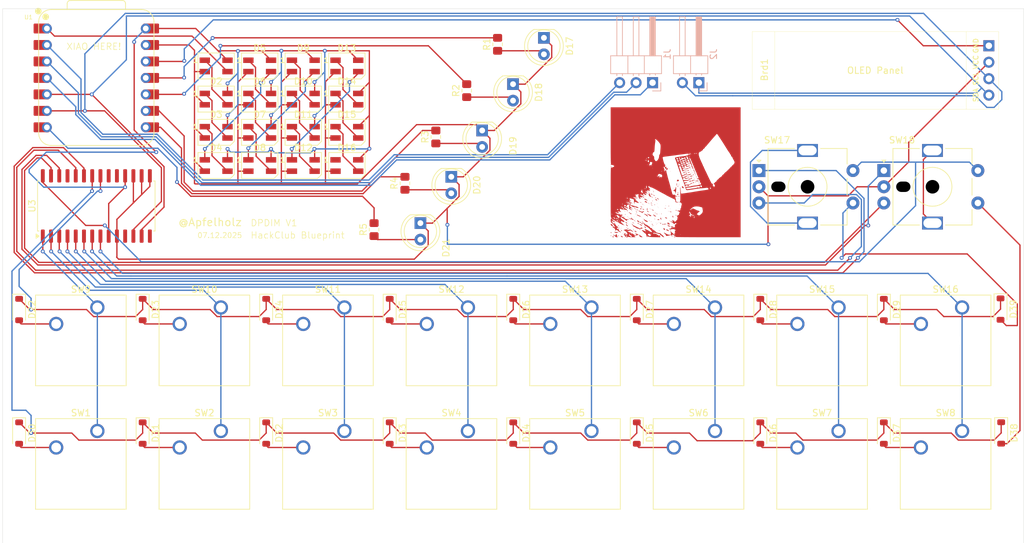
<source format=kicad_pcb>
(kicad_pcb (version 20241229) (generator "pcbnew") (generator_version "9.0")
  (layers (0 "F.Cu" signal) (2 "B.Cu" signal) (13 "F.Paste" user) (15 "B.Paste" user) (5 "F.SilkS" user "F.Silkscreen") (7 "B.SilkS" user "B.Silkscreen") (1 "F.Mask" user) (3 "B.Mask" user) (25 "Edge.Cuts" user))
  (net 0 "")
  (net 1 "GND")
  (net 2 "Net-(D1-DIN)")
  (net 3 "Net-(D1-DOUT)")
  (net 4 "+5V")
  (net 5 "Net-(D2-DOUT)")
  (net 6 "Net-(D3-DOUT)")
  (net 7 "Net-(D4-DOUT)")
  (net 8 "Net-(D5-DOUT)")
  (net 9 "Net-(D6-DOUT)")
  (net 10 "Net-(D7-DOUT)")
  (net 11 "Net-(D8-DOUT)")
  (net 12 "Net-(D10-DIN)")
  (net 13 "Net-(D10-DOUT)")
  (net 14 "Net-(D11-DOUT)")
  (net 15 "Net-(D12-DOUT)")
  (net 16 "Net-(D13-DOUT)")
  (net 17 "Net-(D14-DOUT)")
  (net 18 "Net-(D15-DOUT)")
  (net 20 "Net-(D17-A)")
  (net 21 "Net-(D18-A)")
  (net 22 "Net-(D19-A)")
  (net 23 "Net-(D20-A)")
  (net 24 "Net-(D21-A)")
  (net 25 "Net-(D22-A)")
  (net 26 "/ROW1")
  (net 27 "Net-(D23-A)")
  (net 28 "Net-(D24-A)")
  (net 29 "Net-(D25-A)")
  (net 30 "Net-(D26-A)")
  (net 31 "Net-(D27-A)")
  (net 32 "Net-(D28-A)")
  (net 33 "Net-(D29-A)")
  (net 34 "Net-(D30-A)")
  (net 35 "/ROW2")
  (net 36 "Net-(D31-A)")
  (net 37 "Net-(D32-A)")
  (net 38 "Net-(D33-A)")
  (net 39 "Net-(D34-A)")
  (net 40 "Net-(D35-A)")
  (net 41 "Net-(D36-A)")
  (net 42 "Net-(D37-A)")
  (net 43 "Net-(U1-GPIO3{slash}MOSI)")
  (net 44 "Net-(U1-GPIO4{slash}MISO)")
  (net 45 "Net-(U1-GPIO2{slash}SCK)")
  (net 46 "Net-(U1-GPIO1{slash}RX)")
  (net 47 "Net-(U1-GPIO0{slash}TX)")
  (net 48 "/COL1")
  (net 49 "/COL2")
  (net 50 "/COL3")
  (net 51 "/COL4")
  (net 52 "/COL5")
  (net 53 "/COL6")
  (net 54 "/COL7")
  (net 55 "/COL8")
  (net 56 "unconnected-(SW17-PadMP)")
  (net 57 "/SW17.A")
  (net 58 "+3.3V")
  (net 59 "/SW17.S")
  (net 60 "/SW17.B")
  (net 61 "/SW18.B")
  (net 62 "/SW18.A")
  (net 63 "unconnected-(SW18-PadMP)")
  (net 64 "/SW18.S")
  (net 65 "Net-(J1-Pin_3)")
  (net 66 "/SDA")
  (net 67 "/SCL")
  (net 68 "Net-(J1-Pin_1)")
  (net 69 "Net-(J1-Pin_2)")
  (net 71 "/COL9")
  (footprint "Resistor_SMD:R_0805_2012Metric_Pad1.20x1.40mm_HandSolder" (layer "F.Cu") (at 123.79375 80.54375 90)
    (property "Reference" "R5")
    (property "Value" "200R")
  )
  (footprint "Button_Switch_Keyboard:SW_Cherry_MX_1.00u_PCB" (layer "F.Cu") (at 119.22125 111.60125)
    (property "Reference" "SW3")
    (property "Value" "SW_Push")
  )
  (footprint "Button_Switch_Keyboard:SW_Cherry_MX_1.00u_PCB" (layer "F.Cu") (at 176.37125 111.60125)
    (property "Reference" "SW6")
    (property "Value" "SW_Push")
  )
  (footprint "Button_Switch_Keyboard:SW_Cherry_MX_1.00u_PCB" (layer "F.Cu") (at 100.17125 111.60125)
    (property "Reference" "SW2")
    (property "Value" "SW_Push")
  )
  (footprint "Diode_SMD:D_SOD-123" (layer "F.Cu") (at 202.40625 111.91875 -90)
    (property "Reference" "D37")
    (property "Value" "D")
  )
  (footprint "LED_SMD:LED_SK6812MINI_PLCC4_3.5x3.5mm_P1.75mm" (layer "F.Cu") (at 112.88 55.3)
    (property "Reference" "D9")
    (property "Value" "SK6812MINI")
  )
  (footprint "Button_Switch_Keyboard:SW_Cherry_MX_1.00u_PCB" (layer "F.Cu") (at 214.47125 92.55125)
    (property "Reference" "SW16")
    (property "Value" "SW_Push")
  )
  (footprint "Resistor_SMD:R_0805_2012Metric_Pad1.20x1.40mm_HandSolder" (layer "F.Cu") (at 133.31875 66.25625 90)
    (property "Reference" "R3")
    (property "Value" "200R")
  )
  (footprint "Resistor_SMD:R_0805_2012Metric_Pad1.20x1.40mm_HandSolder" (layer "F.Cu") (at 128.55625 73.4 90)
    (property "Reference" "R4")
    (property "Value" "200R")
  )
  (footprint "Button_Switch_Keyboard:SW_Cherry_MX_1.00u_PCB" (layer "F.Cu") (at 100.17125 92.55125)
    (property "Reference" "SW10")
    (property "Value" "SW_Push")
  )
  (footprint "LED_THT:LED_D5.0mm" (layer "F.Cu") (at 130.9375 79.54375 -90)
    (property "Reference" "D21")
    (property "Value" "LED")
  )
  (footprint "Resistor_SMD:R_0805_2012Metric_Pad1.20x1.40mm_HandSolder" (layer "F.Cu") (at 142.84375 51.96875 90)
    (property "Reference" "R1")
    (property "Value" "200R")
  )
  (footprint "LED_SMD:LED_SK6812MINI_PLCC4_3.5x3.5mm_P1.75mm" (layer "F.Cu") (at 112.88 70.66)
    (property "Reference" "D12")
    (property "Value" "SK6812MINI")
  )
  (footprint "Diode_SMD:D_SOD-123" (layer "F.Cu") (at 107.15625 92.86875 -90)
    (property "Reference" "D24")
    (property "Value" "D")
  )
  (footprint "LED_SMD:LED_SK6812MINI_PLCC4_3.5x3.5mm_P1.75mm" (layer "F.Cu") (at 99.44 55.3)
    (property "Reference" "D1" (hide yes))
    (property "Value" "SK6812MINI")
  )
  (footprint "LED_SMD:LED_SK6812MINI_PLCC4_3.5x3.5mm_P1.75mm" (layer "F.Cu") (at 119.6 55.3)
    (property "Reference" "D13")
    (property "Value" "SK6812MINI")
  )
  (footprint "LED_THT:LED_D5.0mm" (layer "F.Cu") (at 145.225 58.1125 -90)
    (property "Reference" "D18")
    (property "Value" "LED")
  )
  (footprint "Button_Switch_Keyboard:SW_Cherry_MX_1.00u_PCB" (layer "F.Cu") (at 176.37125 92.55125)
    (property "Reference" "SW14")
    (property "Value" "SW_Push")
  )
  (footprint "OLED:SSD1306-0.91-OLED-4pin-128x32" (layer "F.Cu") (at 182.1 50)
    (property "Reference" "Brd1")
    (property "Value" "GME12864_OLED")
  )
  (footprint "Diode_SMD:D_SOD-123" (layer "F.Cu") (at 145.25625 111.91875 -90)
    (property "Reference" "D34")
    (property "Value" "D")
  )
  (footprint "Button_Switch_Keyboard:SW_Cherry_MX_1.00u_PCB" (layer "F.Cu") (at 138.27125 92.55125)
    (property "Reference" "SW12")
    (property "Value" "SW_Push")
  )
  (footprint "Diode_SMD:D_SOD-123" (layer "F.Cu") (at 183.35625 92.86875 -90)
    (property "Reference" "D28")
    (property "Value" "D")
  )
  (footprint "LED_SMD:LED_SK6812MINI_PLCC4_3.5x3.5mm_P1.75mm" (layer "F.Cu") (at 99.44 60.42)
    (property "Reference" "D2")
    (property "Value" "SK6812MINI")
  )
  (footprint "LED_SMD:LED_SK6812MINI_PLCC4_3.5x3.5mm_P1.75mm" (layer "F.Cu") (at 119.6 60.42)
    (property "Reference" "D14")
    (property "Value" "SK6812MINI")
  )
  (footprint "Diode_SMD:D_SOD-123" (layer "F.Cu") (at 88.10625 111.91875 -90)
    (property "Reference" "D31")
    (property "Value" "D")
  )
  (footprint "Diode_SMD:D_SOD-123" (layer "F.Cu") (at 69.05625 92.86875 -90)
    (property "Reference" "D22")
    (property "Value" "D")
  )
  (footprint "LED_SMD:LED_SK6812MINI_PLCC4_3.5x3.5mm_P1.75mm" (layer "F.Cu") (at 106.16 70.66)
    (property "Reference" "D8")
    (property "Value" "SK6812MINI")
  )
  (footprint "Button_Switch_Keyboard:SW_Cherry_MX_1.00u_PCB" (layer "F.Cu") (at 214.47125 111.60125)
    (property "Reference" "SW8")
    (property "Value" "SW_Push")
  )
  (footprint "Button_Switch_Keyboard:SW_Cherry_MX_1.00u_PCB" (layer "F.Cu") (at 195.42125 111.60125)
    (property "Reference" "SW7")
    (property "Value" "SW_Push")
  )
  (footprint "LED_SMD:LED_SK6812MINI_PLCC4_3.5x3.5mm_P1.75mm" (layer "F.Cu") (at 119.6 70.66)
    (property "Reference" "D16")
    (property "Value" "SK6812MINI")
  )
  (footprint "Diode_SMD:D_SOD-123" (layer "F.Cu") (at 88.10625 92.86875 -90)
    (property "Reference" "D23")
    (property "Value" "D")
  )
  (footprint "Diode_SMD:D_SOD-123" (layer "F.Cu") (at 107.15625 111.91875 -90)
    (property "Reference" "D32")
    (property "Value" "D")
  )
  (footprint "LOGO" (layer "F.Cu") (at 170.3 71.7)
    (property "Reference" "G***" (hide yes))
    (property "Value" "LOGO" (hide yes))
  )
  (footprint "LED_SMD:LED_SK6812MINI_PLCC4_3.5x3.5mm_P1.75mm" (layer "F.Cu") (at 99.44 65.54)
    (property "Reference" "D3")
    (property "Value" "SK6812MINI")
  )
  (footprint "Diode_SMD:D_SOD-123" (layer "F.Cu") (at 69.05625 111.91875 -90)
    (property "Reference" "D30")
    (property "Value" "D")
  )
  (footprint "Button_Switch_Keyboard:SW_Cherry_MX_1.00u_PCB" (layer "F.Cu") (at 157.32125 111.60125)
    (property "Reference" "SW5")
    (property "Value" "SW_Push")
  )
  (footprint "OPL:XIAO-RP2040-DIP" (layer "F.Cu") (at 80.9625 57.15)
    (property "Reference" "U1")
    (property "Value" "XIAO-RP2040-DIP")
  )
  (footprint "Diode_SMD:D_SOD-123" (layer "F.Cu") (at 164.30625 92.86875 -90)
    (property "Reference" "D27")
    (property "Value" "D")
  )
  (footprint "Diode_SMD:D_SOD-123" (layer "F.Cu") (at 220.4 92.8 -90)
    (property "Reference" "D39")
    (property "Value" "D")
  )
  (footprint "Diode_SMD:D_SOD-123" (layer "F.Cu") (at 126.20625 111.91875 -90)
    (property "Reference" "D33")
    (property "Value" "D")
  )
  (footprint "LED_SMD:LED_SK6812MINI_PLCC4_3.5x3.5mm_P1.75mm" (layer "F.Cu") (at 112.88 65.54)
    (property "Reference" "D11")
    (property "Value" "SK6812MINI")
  )
  (footprint "Rotary_Encoder:RotaryEncoder_Alps_EC11E-Switch_Vertical_H20mm_MountingHoles" (layer "F.Cu") (at 183.14375 71.4375)
    (property "Reference" "SW17")
    (property "Value" "RotaryEncoder_Switch_MP")
  )
  (footprint "LED_THT:LED_D5.0mm" (layer "F.Cu") (at 140.4625 65.25625 -90)
    (property "Reference" "D19")
    (property "Value" "LED")
  )
  (footprint "LED_SMD:LED_SK6812MINI_PLCC4_3.5x3.5mm_P1.75mm" (layer "F.Cu") (at 119.6 65.54)
    (property "Reference" "D15")
    (property "Value" "SK6812MINI")
  )
  (footprint "LED_SMD:LED_SK6812MINI_PLCC4_3.5x3.5mm_P1.75mm" (layer "F.Cu") (at 106.16 55.3)
    (property "Reference" "D5")
    (property "Value" "SK6812MINI")
  )
  (footprint "Button_Switch_Keyboard:SW_Cherry_MX_1.00u_PCB" (layer "F.Cu") (at 157.32125 92.55125)
    (property "Reference" "SW13")
    (property "Value" "SW_Push")
  )
  (footprint "Resistor_SMD:R_0805_2012Metric_Pad1.20x1.40mm_HandSolder" (layer "F.Cu") (at 138.08125 59.1125 90)
    (property "Reference" "R2")
    (property "Value" "200R")
  )
  (footprint "Diode_SMD:D_SOD-123" (layer "F.Cu") (at 164.30625 111.91875 -90)
    (property "Reference" "D35")
    (property "Value" "D")
  )
  (footprint "Diode_SMD:D_SOD-123" (layer "F.Cu") (at 202.40625 92.86875 -90)
    (property "Reference" "D29")
    (property "Value" "D")
  )
  (footprint "Diode_SMD:D_SOD-123" (layer "F.Cu") (at 145.25625 92.86875 -90)
    (property "Reference" "D26")
    (property "Value" "D")
  )
  (footprint "LED_SMD:LED_SK6812MINI_PLCC4_3.5x3.5mm_P1.75mm" (layer "F.Cu") (at 106.16 65.54)
    (property "Reference" "D7")
    (property "Value" "SK6812MINI")
  )
  (footprint "Diode_SMD:D_SOD-123" (layer "F.Cu") (at 183.35625 111.91875 -90)
    (property "Reference" "D36")
    (property "Value" "D")
  )
  (footprint "LED_THT:LED_D5.0mm" (layer "F.Cu") (at 135.7 72.4 -90)
    (property "Reference" "D20")
    (property "Value" "LED")
  )
  (footprint "Diode_SMD:D_SOD-123" (layer "F.Cu") (at 126.20625 92.86875 -90)
    (property "Reference" "D25")
    (property "Value" "D")
  )
  (footprint "LED_SMD:LED_SK6812MINI_PLCC4_3.5x3.5mm_P1.75mm" (layer "F.Cu") (at 99.44 70.66)
    (property "Reference" "D4")
    (property "Value" "SK6812MINI")
  )
  (footprint "Diode_SMD:D_SOD-123" (layer "F.Cu") (at 220.5 111.9 -90)
    (property "Reference" "D38")
    (property "Value" "D")
  )
  (footprint "Button_Switch_Keyboard:SW_Cherry_MX_1.00u_PCB" (layer "F.Cu") (at 81.12125 92.55125)
    (property "Reference" "SW9")
    (property "Value" "SW_Push")
  )
  (footprint "Button_Switch_Keyboard:SW_Cherry_MX_1.00u_PCB" (layer "F.Cu") (at 138.27125 111.60125)
    (property "Reference" "SW4")
    (property "Value" "SW_Push")
  )
  (footprint "Button_Switch_Keyboard:SW_Cherry_MX_1.00u_PCB" (layer "F.Cu") (at 119.22125 92.55125)
    (property "Reference" "SW11")
    (property "Value" "SW_Push")
  )
  (footprint "Package_SO:SOIC-28W_7.5x17.9mm_P1.27mm" (layer "F.Cu") (at 80.9625 76.9 90)
    (property "Reference" "U3")
    (property "Value" "MCP23017_SO")
  )
  (footprint "Rotary_Encoder:RotaryEncoder_Alps_EC11E-Switch_Vertical_H20mm_MountingHoles" (layer "F.Cu") (at 202.40625 71.4375)
    (property "Reference" "SW18")
    (property "Value" "RotaryEncoder_Switch_MP")
  )
  (footprint "LED_SMD:LED_SK6812MINI_PLCC4_3.5x3.5mm_P1.75mm" (layer "F.Cu") (at 112.88 60.42)
    (property "Reference" "D10")
    (property "Value" "SK6812MINI")
  )
  (footprint "LED_SMD:LED_SK6812MINI_PLCC4_3.5x3.5mm_P1.75mm" (layer "F.Cu") (at 106.16 60.42)
    (property "Reference" "D6")
    (property "Value" "SK6812MINI")
  )
  (footprint "Button_Switch_Keyboard:SW_Cherry_MX_1.00u_PCB" (layer "F.Cu") (at 81.12125 111.60125)
    (property "Reference" "SW1")
    (property "Value" "SW_Push")
  )
  (footprint "LED_THT:LED_D5.0mm" (layer "F.Cu") (at 149.9875 50.96875 -90)
    (property "Reference" "D17")
    (property "Value" "LED")
  )
  (footprint "Button_Switch_Keyboard:SW_Cherry_MX_1.00u_PCB" (layer "F.Cu") (at 195.42125 92.55125)
    (property "Reference" "SW15")
    (property "Value" "SW_Push")
  )
  (footprint "Connector_PinHeader_2.54mm:PinHeader_1x02_P2.54mm_Horizontal" (layer "B.Cu") (at 173.88 57.885 90)
    (property "Reference" "J2")
    (property "Value" "Conn_01x02_Pin")
  )
  (footprint "Connector_PinHeader_2.54mm:PinHeader_1x03_P2.54mm_Horizontal" (layer "B.Cu") (at 166.74 57.885 90)
    (property "Reference" "J1")
    (property "Value" "Conn_01x03_Pin")
  )
  (gr_rect (start 66.5 46.5) (end 224 128.9) (stroke (width 0.05)) (fill no) (layer "Edge.Cuts"))
  (gr_text "@Apfelholz" (at 98.5 80.1 0) (layer "F.SilkS") (effects (font (size 1.2 1.2)) (justify bottom)))
  (gr_text "07.12.2025" (at 96.5 81.9 0) (layer "F.SilkS") (effects (font (size 0.8 0.8) (thickness 0.1)) (justify left bottom)))
  (gr_text "XIAO HERE!" (at 76.3 52.9 0) (layer "F.SilkS") (effects (font (size 1 1) (thickness 0.1)) (justify left bottom)))
  (gr_text "HackClub Blueprint\n" (at 104.7 82 0) (layer "F.SilkS") (effects (font (size 1 1) (thickness 0.1)) (justify left bottom)))
  (gr_text "DPDIM V1" (at 104.7 80.1 0) (layer "F.SilkS") (effects (font (size 1 1) (thickness 0.1)) (justify left bottom)))
  (segment (start 183.14375 73.9375) (end 184.54475 75.3385) (width 0.2) (layer "F.Cu") (net 1))
  (segment (start 116.405 61.295) (end 116.3 61.4) (width 0.2) (layer "F.Cu") (net 1))
  (segment (start 86.6775 76.3775) (end 86.7 76.4) (width 0.2) (layer "F.Cu") (net 1))
  (segment (start 96.1 69.945) (end 96.1 73.4) (width 0.2) (layer "F.Cu") (net 1))
  (segment (start 109.4 73.5) (end 116.3 73.5) (width 0.2) (layer "F.Cu") (net 1))
  (segment (start 95.27 52.07) (end 89.4175 52.07) (width 0.2) (layer "F.Cu") (net 1))
  (segment (start 198.303858 73.9375) (end 202.40625 73.9375) (width 0.2) (layer "F.Cu") (net 1))
  (segment (start 139.5615 64.35525) (end 140.4625 65.25625) (width 0.2) (layer "F.Cu") (net 1))
  (segment (start 104.41 56.19) (end 104.41 56.175) (width 0.2) (layer "F.Cu") (net 1))
  (segment (start 206.24375 70.1) (end 206.24375 67.08625) (width 0.2) (layer "F.Cu") (net 1))
  (segment (start 109.505 61.295) (end 109.5 61.3) (width 0.2) (layer "F.Cu") (net 1))
  (segment (start 130.9375 79.54375) (end 132.794721 79.54375) (width 0.2) (layer "F.Cu") (net 1))
  (segment (start 121.212 73.5) (end 130.35675 64.35525) (width 0.2) (layer "F.Cu") (net 1))
  (segment (start 117.85 71.535) (end 116.335 71.535) (width 0.2) (layer "F.Cu") (net 1))
  (segment (start 137.557221 72.4) (end 141.6635 68.293721) (width 0.2) (layer "F.Cu") (net 1))
  (segment (start 84.1375 81.55) (end 84.1375 78.9625) (width 0.2) (layer "F.Cu") (net 1))
  (segment (start 135.069235 77.269235) (end 136.901 75.437471) (width 0.2) (layer "F.Cu") (net 1))
  (segment (start 116.315 66.415) (end 116.3 66.4) (width 0.2) (layer "F.Cu") (net 1))
  (segment (start 102.8 57.8) (end 104.41 56.19) (width 0.2) (layer "F.Cu") (net 1))
  (segment (start 117.85 66.415) (end 116.315 66.415) (width 0.2) (layer "F.Cu") (net 1))
  (segment (start 109.5 66.4) (end 109.5 61.3) (width 0.2) (layer "F.Cu") (net 1))
  (segment (start 146.426 59.3135) (end 145.225 58.1125) (width 0.2) (layer "F.Cu") (net 1))
  (segment (start 109.5 71.5) (end 109.5 66.4) (width 0.2) (layer "F.Cu") (net 1))
  (segment (start 86.7 76.4) (end 88 75.1) (width 0.2) (layer "F.Cu") (net 1))
  (segment (start 132.794721 79.54375) (end 135.069235 77.269235) (width 0.2) (layer "F.Cu") (net 1))
  (segment (start 184.54475 75.3385) (end 196.902858 75.3385) (width 0.2) (layer "F.Cu") (net 1))
  (segment (start 96.1 64.825) (end 96.1 59.705) (width 0.2) (layer "F.Cu") (net 1))
  (segment (start 117.85 61.295) (end 116.405 61.295) (width 0.2) (layer "F.Cu") (net 1))
  (segment (start 97.69 66.415) (end 96.1 64.825) (width 0.2) (layer "F.Cu") (net 1))
  (segment (start 109.4 73.5) (end 102.8 73.5) (width 0.2) (layer "F.Cu") (net 1))
  (segment (start 109.515 66.415) (end 109.5 66.4) (width 0.2) (layer "F.Cu") (net 1))
  (segment (start 202.40625 73.9375) (end 206.24375 70.1) (width 0.2) (layer "F.Cu") (net 1))
  (segment (start 116.3 61.4) (end 116.3 57.725) (width 0.2) (layer "F.Cu") (net 1))
  (segment (start 96.2 73.5) (end 102.8 73.5) (width 0.2) (layer "F.Cu") (net 1))
  (segment (start 151.1885 52.16975) (end 149.9875 50.96875) (width 0.2) (layer "F.Cu") (net 1))
  (segment (start 87.9475 72.25) (end 87.9475 75.0475) (width 0.2) (layer "F.Cu") (net 1))
  (segment (start 184.54475 75.3385) (end 184.54475 82.74475) (width 0.2) (layer "F.Cu") (net 1))
  (segment (start 141.6635 66.45725) (end 140.4625 65.25625) (width 0.2) (layer "F.Cu") (net 1))
  (segment (start 132.1385 82.9615) (end 130 85.1) (width 0.2) (layer "F.Cu") (net 1))
  (segment (start 102.805 61.295) (end 102.8 61.3) (width 0.2) (layer "F.Cu") (net 1))
  (segment (start 147.082221 58.1125) (end 151.1885 54.006221) (width 0.2) (layer "F.Cu") (net 1))
  (segment (start 116.3 66.4) (end 116.3 61.4) (width 0.2) (layer "F.Cu") (net 1))
  (segment (start 97.69 61.295) (end 96.1 59.705) (width 0.2) (layer "F.Cu") (net 1))
  (segment (start 96.1 59.705) (end 96.1 56.2) (width 0.2) (layer "F.Cu") (net 1))
  (segment (start 116.3 73.5) (end 121.212 73.5) (width 0.2) (layer "F.Cu") (net 1))
  (segment (start 102.8 73.5) (end 102.8 71.5) (width 0.2) (layer "F.Cu") (net 1))
  (segment (start 146.426 61.149971) (end 146.426 59.3135) (width 0.2) (layer "F.Cu") (net 1))
  (segment (start 102.8 71.5) (end 102.8 66.4) (width 0.2) (layer "F.Cu") (net 1))
  (segment (start 102.815 66.415) (end 102.8 66.4) (width 0.2) (layer "F.Cu") (net 1))
  (segment (start 102.8 66.4) (end 102.8 61.3) (width 0.2) (layer "F.Cu") (net 1))
  (segment (start 97.69 56.175) (end 96.125 56.175) (width 0.2) (layer "F.Cu") (net 1))
  (segment (start 109.5 71.5) (end 109.5 73.4) (width 0.2) (layer "F.Cu") (net 1))
  (segment (start 196.902858 75.3385) (end 198.303858 73.9375) (width 0.2) (layer "F.Cu") (net 1))
  (segment (start 96.1 52.9) (end 95.27 52.07) (width 0.2) (layer "F.Cu") (net 1))
  (segment (start 109.5 73.4) (end 109.4 73.5) (width 0.2) (layer "F.Cu") (net 1))
  (segment (start 136.901 75.437471) (end 136.901 73.601) (width 0.2) (layer "F.Cu") (net 1))
  (segment (start 109.5 57.805) (end 111.13 56.175) (width 0.2) (layer "F.Cu") (net 1))
  (segment (start 109.5 61.3) (end 109.5 57.805) (width 0.2) (layer "F.Cu") (net 1))
  (segment (start 89.2175 73.8825) (end 89.2175 72.25) (width 0.2) (layer "F.Cu") (net 1))
  (segment (start 142.319721 65.25625) (end 146.426 61.149971) (width 0.2) (layer "F.Cu") (net 1))
  (segment (start 116.335 71.535) (end 116.3 71.5) (width 0.2) (layer "F.Cu") (net 1))
  (segment (start 88 75.1) (end 89.2175 73.8825) (width 0.2) (layer "F.Cu") (net 1))
  (segment (start 96.1 73.4) (end 96.2 73.5) (width 0.2) (layer "F.Cu") (net 1))
  (segment (start 130.35675 64.35525) (end 139.5615 64.35525) (width 0.2) (layer "F.Cu") (net 1))
  (segment (start 130.9375 79.54375) (end 132.1385 80.74475) (width 0.2) (layer "F.Cu") (net 1))
  (segment (start 116.3 57.725) (end 117.85 56.175) (width 0.2) (layer "F.Cu") (net 1))
  (segment (start 84.4 85.1) (end 84.1 84.8) (width 0.2) (layer "F.Cu") (net 1))
  (segment (start 104.41 71.535) (end 102.835 71.535) (width 0.2) (layer "F.Cu") (net 1))
  (segment (start 111.13 66.415) (end 109.515 66.415) (width 0.2) (layer "F.Cu") (net 1))
  (segment (start 96.1 56.2) (end 96.1 52.9) (width 0.2) (layer "F.Cu") (net 1))
  (segment (start 116.3 73.5) (end 116.3 71.5) (width 0.2) (layer "F.Cu") (net 1))
  (segment (start 145.225 58.1125) (end 147.082221 58.1125) (width 0.2) (layer "F.Cu") (net 1))
  (segment (start 109.535 71.535) (end 109.5 71.5) (width 0.2) (layer "F.Cu") (net 1))
  (segment (start 130 85.1) (end 84.4 85.1) (width 0.2) (layer "F.Cu") (net 1))
  (segment (start 104.41 66.415) (end 102.815 66.415) (width 0.2) (layer "F.Cu") (net 1))
  (segment (start 136.901 73.601) (end 135.7 72.4) (width 0.2) (layer "F.Cu") (net 1))
  (segment (start 151.1885 54.006221) (end 151.1885 52.16975) (width 0.2) (layer "F.Cu") (net 1))
  (segment (start 135.7 72.4) (end 137.557221 72.4) (width 0.2) (layer "F.Cu") (net 1))
  (segment (start 135.069235 77.269235) (end 135.069235 79.769235) (width 0.2) (layer "F.Cu") (net 1))
  (segment (start 84.1 84.8) (end 84.1375 84.7625) (width 0.2) (layer "F.Cu") (net 1))
  (segment (start 84.1375 84.7625) (end 84.1375 80.85) (width 0.2) (layer "F.Cu") (net 1))
  (segment (start 96.1 69.945) (end 96.1 64.825) (width 0.2) (layer "F.Cu") (net 1))
  (segment (start 102.8 61.3) (end 102.8 57.8) (width 0.2) (layer "F.Cu") (net 1))
  (segment (start 96.125 56.175) (end 96.1 56.2) (width 0.2) (layer "F.Cu") (net 1))
  (segment (start 102.835 71.535) (end 102.8 71.5) (width 0.2) (layer "F.Cu") (net 1))
  (segment (start 116.3 71.5) (end 116.3 66.4) (width 0.2) (layer "F.Cu") (net 1))
  (segment (start 86.6775 72.25) (end 86.6775 76.3775) (width 0.2) (layer "F.Cu") (net 1))
  (segment (start 141.6635 68.293721) (end 141.6635 66.45725) (width 0.2) (layer "F.Cu") (net 1))
  (segment (start 104.41 61.295) (end 102.805 61.295) (width 0.2) (layer "F.Cu") (net 1))
  (segment (start 97.69 71.535) (end 96.1 69.945) (width 0.2) (layer "F.Cu") (net 1))
  (segment (start 87.9475 75.0475) (end 88 75.1) (width 0.2) (layer "F.Cu") (net 1))
  (segment (start 111.13 71.535) (end 109.535 71.535) (width 0.2) (layer "F.Cu") (net 1))
  (segment (start 135.069235 79.769235) (end 135.1 79.8) (width 0.2) (layer "F.Cu") (net 1))
  (segment (start 206.24375 67.08625) (end 218.6 54.73) (width 0.2) (layer "F.Cu") (net 1))
  (segment (start 140.4625 65.25625) (end 142.319721 65.25625) (width 0.2) (layer "F.Cu") (net 1))
  (segment (start 184.54475 82.74475) (end 184.6 82.8) (width 0.2) (layer "F.Cu") (net 1))
  (segment (start 132.1385 80.74475) (end 132.1385 82.9615) (width 0.2) (layer "F.Cu") (net 1))
  (segment (start 111.13 61.295) (end 109.505 61.295) (width 0.2) (layer "F.Cu") (net 1))
  (segment (start 84.1375 78.9625) (end 86.7 76.4) (width 0.2) (layer "F.Cu") (net 1))
  (via (at 184.6 82.8) (size 0.6) (drill 0.3) (layers "F.Cu" "B.Cu") (net 1))
  (via (at 135.1 79.8) (size 0.6) (drill 0.3) (layers "F.Cu" "B.Cu") (net 1))
  (segment (start 184.6 82.8) (end 135.1 82.8) (width 0.2) (layer "B.Cu") (net 1))
  (segment (start 135.1 79.8) (end 135.1 82.8) (width 0.2) (layer "B.Cu") (net 1))
  (segment (start 95.715 50.7) (end 74.5125 50.7) (width 0.2) (layer "F.Cu") (net 2))
  (segment (start 74.5125 50.7) (end 73.3425 49.53) (width 0.2) (layer "F.Cu") (net 2))
  (segment (start 101.19 56.175) (end 95.715 50.7) (width 0.2) (layer "F.Cu") (net 2))
  (segment (start 97.69 54.425) (end 98.791 55.526) (width 0.2) (layer "F.Cu") (net 3))
  (segment (start 98.791 58.896) (end 101.19 61.295) (width 0.2) (layer "F.Cu") (net 3))
  (segment (start 98.791 55.526) (end 98.791 58.896) (width 0.2) (layer "F.Cu") (net 3))
  (segment (start 121.35 64.665) (end 123.015 63) (width 0.2) (layer "F.Cu") (net 4))
  (segment (start 114.63 63.03) (end 114.6 63) (width 0.2) (layer "F.Cu") (net 4))
  (segment (start 107.91 57.81) (end 107.9 57.8) (width 0.2) (layer "F.Cu") (net 4))
  (segment (start 101.19 69.785) (end 101.19 68.11) (width 0.2) (layer "F.Cu") (net 4))
  (segment (start 99.7325 52.9675) (end 101.19 54.425) (width 0.2) (layer "F.Cu") (net 4))
  (segment (start 107.91 59.545) (end 107.91 57.81) (width 0.2) (layer "F.Cu") (net 4))
  (segment (start 107.91 69.785) (end 107.91 68.11) (width 0.2) (layer "F.Cu") (net 4))
  (segment (start 119.8925 52.9675) (end 123.0675 52.9675) (width 0.2) (layer "F.Cu") (net 4))
  (segment (start 101.19 64.665) (end 101.19 62.91) (width 0.2) (layer "F.Cu") (net 4))
  (segment (start 107.91 62.91) (end 107.9 62.9) (width 0.2) (layer "F.Cu") (net 4))
  (segment (start 82.8675 76.5325) (end 82.8675 81.55) (width 0.2) (layer "F.Cu") (net 4))
  (segment (start 88.5825 49.53) (end 96.295 49.53) (width 0.2) (layer "F.Cu") (net 4))
  (segment (start 107.91 68.11) (end 107.9 68.1) (width 0.2) (layer "F.Cu") (net 4))
  (segment (start 123.0675 52.9675) (end 123.0675 57.8275) (width 0.2) (layer "F.Cu") (net 4))
  (segment (start 116.2 52.9675) (end 113.1725 52.9675) (width 0.2) (layer "F.Cu") (net 4))
  (segment (start 85.4075 73.9925) (end 85.4 74) (width 0.2) (layer "F.Cu") (net 4))
  (segment (start 114.63 64.665) (end 114.63 63.03) (width 0.2) (layer "F.Cu") (net 4))
  (segment (start 101.19 59.545) (end 101.19 58.01) (width 0.2) (layer "F.Cu") (net 4))
  (segment (start 123.0675 63) (end 123.0675 68.0675) (width 0.2) (layer "F.Cu") (net 4))
  (segment (start 90.2 68.6) (end 86.8 65.2) (width 0.2) (layer "F.Cu") (net 4))
  (segment (start 114.63 54.425) (end 113.1725 52.9675) (width 0.2) (layer "F.Cu") (net 4))
  (segment (start 107.91 64.665) (end 107.91 62.91) (width 0.2) (layer "F.Cu") (net 4))
  (segment (start 101.19 62.91) (end 101.2 62.9) (width 0.2) (layer "F.Cu") (net 4))
  (segment (start 119.8925 52.9675) (end 116.2 52.9675) (width 0.2) (layer "F.Cu") (net 4))
  (segment (start 121.35 54.425) (end 119.8925 52.9675) (width 0.2) (layer "F.Cu") (net 4))
  (segment (start 123.015 63) (end 123.0675 63) (width 0.2) (layer "F.Cu") (net 4))
  (segment (start 106.4525 52.9675) (end 99.7325 52.9675) (width 0.2) (layer "F.Cu") (net 4))
  (segment (start 85.4075 72.25) (end 85.4075 73.9925) (width 0.2) (layer "F.Cu") (net 4))
  (segment (start 114.63 57.83) (end 114.6 57.8) (width 0.2) (layer "F.Cu") (net 4))
  (segment (start 109.5 52.9675) (end 106.4525 52.9675) (width 0.2) (layer "F.Cu") (net 4))
  (segment (start 101.19 68.11) (end 101.2 68.1) (width 0.2) (layer "F.Cu") (net 4))
  (segment (start 123.0675 57.8275) (end 123.0675 63) (width 0.2) (layer "F.Cu") (net 4))
  (segment (start 121.35 59.545) (end 123.0675 57.8275) (width 0.2) (layer "F.Cu") (net 4))
  (segment (start 86.8 65.2) (end 86.8 51.6) (width 0.2) (layer "F.Cu") (net 4))
  (segment (start 107.91 54.425) (end 106.4525 52.9675) (width 0.2) (layer "F.Cu") (net 4))
  (segment (start 114.63 68.13) (end 114.6 68.1) (width 0.2) (layer "F.Cu") (net 4))
  (segment (start 114.63 59.545) (end 114.63 57.83) (width 0.2) (layer "F.Cu") (net 4))
  (segment (start 114.63 69.785) (end 114.63 68.13) (width 0.2) (layer "F.Cu") (net 4))
  (segment (start 123.035 68.1) (end 121.35 69.785) (width 0.2) (layer "F.Cu") (net 4))
  (segment (start 113.1725 52.9675) (end 109.5 52.9675) (width 0.2) (layer "F.Cu") (net 4))
  (segment (start 123.0675 68.0675) (end 123.035 68.1) (width 0.2) (layer "F.Cu") (net 4))
  (segment (start 96.295 49.53) (end 99.7325 52.9675) (width 0.2) (layer "F.Cu") (net 4))
  (segment (start 101.19 58.01) (end 101.2 58) (width 0.2) (layer "F.Cu") (net 4))
  (segment (start 85.4 74) (end 82.8675 76.5325) (width 0.2) (layer "F.Cu") (net 4))
  (via (at 107.9 57.8) (size 0.6) (drill 0.3) (layers "F.Cu" "B.Cu") (net 4))
  (via (at 116.2 52.9675) (size 0.6) (drill 0.3) (layers "F.Cu" "B.Cu") (net 4))
  (via (at 86.8 51.6) (size 0.6) (drill 0.3) (layers "F.Cu" "B.Cu") (net 4))
  (via (at 90.2 68.6) (size 0.6) (drill 0.3) (layers "F.Cu" "B.Cu") (net 4))
  (via (at 114.6 57.8) (size 0.6) (drill 0.3) (layers "F.Cu" "B.Cu") (net 4))
  (via (at 101.2 68.1) (size 0.6) (drill 0.3) (layers "F.Cu" "B.Cu") (net 4))
  (via (at 107.9 68.1) (size 0.6) (drill 0.3) (layers "F.Cu" "B.Cu") (net 4))
  (via (at 101.2 62.9) (size 0.6) (drill 0.3) (layers "F.Cu" "B.Cu") (net 4))
  (via (at 102.8 53) (size 0.6) (drill 0.3) (layers "F.Cu" "B.Cu") (net 4))
  (via (at 123.0675 68.0675) (size 0.6) (drill 0.3) (layers "F.Cu" "B.Cu") (net 4))
  (via (at 107.9 62.9) (size 0.6) (drill 0.3) (layers "F.Cu" "B.Cu") (net 4))
  (via (at 109.5 52.9675) (size 0.6) (drill 0.3) (layers "F.Cu" "B.Cu") (net 4))
  (via (at 114.6 63) (size 0.6) (drill 0.3) (layers "F.Cu" "B.Cu") (net 4))
  (via (at 114.6 68.1) (size 0.6) (drill 0.3) (layers "F.Cu" "B.Cu") (net 4))
  (via (at 85.4 74) (size 0.6) (drill 0.3) (layers "F.Cu" "B.Cu") (net 4))
  (via (at 101.2 58) (size 0.6) (drill 0.3) (layers "F.Cu" "B.Cu") (net 4))
  (segment (start 73.250057 68.6) (end 90.2 68.6) (width 0.2) (layer "B.Cu") (net 4))
  (segment (start 85.4 74) (end 72.850057 74) (width 0.2) (layer "B.Cu") (net 4))
  (segment (start 116.2 56.2) (end 116.2 52.9675) (width 0.2) (layer "B.Cu") (net 4))
  (segment (start 108.501 68.701) (end 113.999 68.701) (width 0.2) (layer "B.Cu") (net 4))
  (segment (start 101.701 68.601) (end 107.399 68.601) (width 0.2) (layer "B.Cu") (net 4))
  (segment (start 70.599 71.251057) (end 73.250057 68.6) (width 0.2) (layer "B.Cu") (net 4))
  (segment (start 113.999 68.701) (end 114.6 68.1) (width 0.2) (layer "B.Cu") (net 4))
  (segment (start 72.850057 74) (end 70.599 71.748943) (width 0.2) (layer "B.Cu") (net 4))
  (segment (start 107.399 68.601) (end 107.9 68.1) (width 0.2) (layer "B.Cu") (net 4))
  (segment (start 116.2 61.4) (end 116.2 56.2) (width 0.2) (layer "B.Cu") (net 4))
  (segment (start 102.8 56.4) (end 102.8 53) (width 0.2) (layer "B.Cu") (net 4))
  (segment (start 107.9 57.8) (end 109.4 56.3) (width 0.2) (layer "B.Cu") (net 4))
  (segment (start 107.9 62.9) (end 109.5 61.3) (width 0.2) (layer "B.Cu") (net 4))
  (segment (start 114.6 57.8) (end 116.2 56.2) (width 0.2) (layer "B.Cu") (net 4))
  (segment (start 109.5 56.3) (end 109.5 52.9675) (width 0.2) (layer "B.Cu") (net 4))
  (segment (start 102.8 61.3) (end 102.8 56.4) (width 0.2) (layer "B.Cu") (net 4))
  (segment (start 109.4 56.3) (end 109.5 56.3) (width 0.2) (layer "B.Cu") (net 4))
  (segment (start 114.6 68.1) (end 123.035 68.1) (width 0.2) (layer "B.Cu") (net 4))
  (segment (start 114.6 63) (end 116.2 61.4) (width 0.2) (layer "B.Cu") (net 4))
  (segment (start 101.2 62.9) (end 102.8 61.3) (width 0.2) (layer "B.Cu") (net 4))
  (segment (start 86.8 51.6) (end 86.8 51.3125) (width 0.2) (layer "B.Cu") (net 4))
  (segment (start 109.5 61.3) (end 109.5 56.3) (width 0.2) (layer "B.Cu") (net 4))
  (segment (start 70.599 71.748943) (end 70.599 71.251057) (width 0.2) (layer "B.Cu") (net 4))
  (segment (start 86.8 51.3125) (end 88.5825 49.53) (width 0.2) (layer "B.Cu") (net 4))
  (segment (start 101.2 58) (end 102.8 56.4) (width 0.2) (layer "B.Cu") (net 4))
  (segment (start 101.2 68.1) (end 101.701 68.601) (width 0.2) (layer "B.Cu") (net 4))
  (segment (start 107.9 68.1) (end 108.501 68.701) (width 0.2) (layer "B.Cu") (net 4))
  (segment (start 97.69 59.545) (end 98.8 60.655) (width 0.2) (layer "F.Cu") (net 5))
  (segment (start 98.8 60.655) (end 98.8 64.025) (width 0.2) (layer "F.Cu") (net 5))
  (segment (start 98.8 64.025) (end 101.19 66.415) (width 0.2) (layer "F.Cu") (net 5))
  (segment (start 98.8 65.775) (end 98.8 69.145) (width 0.2) (layer "F.Cu") (net 6))
  (segment (start 97.69 64.665) (end 98.8 65.775) (width 0.2) (layer "F.Cu") (net 6))
  (segment (start 98.8 69.145) (end 101.19 71.535) (width 0.2) (layer "F.Cu") (net 6))
  (segment (start 97.69 69.785) (end 97.69 68.11) (width 0.2) (layer "F.Cu") (net 7))
  (segment (start 107.91 56.29) (end 107.91 56.175) (width 0.2) (layer "F.Cu") (net 7))
  (segment (start 106.3 57.9) (end 107.91 56.29) (width 0.2) (layer "F.Cu") (net 7))
  (segment (start 97.69 68.11) (end 97.7 68.1) (width 0.2) (layer "F.Cu") (net 7))
  (via (at 106.3 57.9) (size 0.6) (drill 0.3) (layers "F.Cu" "B.Cu") (net 7))
  (via (at 97.7 68.1) (size 0.6) (drill 0.3) (layers "F.Cu" "B.Cu") (net 7))
  (segment (start 97.7 68.1) (end 106.3 59.5) (width 0.2) (layer "B.Cu") (net 7))
  (segment (start 106.3 59.5) (end 106.3 57.9) (width 0.2) (layer "B.Cu") (net 7))
  (segment (start 105.511 58.896) (end 107.91 61.295) (width 0.2) (layer "F.Cu") (net 8))
  (segment (start 105.511 55.526) (end 105.511 58.896) (width 0.2) (layer "F.Cu") (net 8))
  (segment (start 104.41 54.425) (end 105.511 55.526) (width 0.2) (layer "F.Cu") (net 8))
  (segment (start 105.511 60.646) (end 105.511 64.016) (width 0.2) (layer "F.Cu") (net 9))
  (segment (start 105.511 64.016) (end 107.91 66.415) (width 0.2) (layer "F.Cu") (net 9))
  (segment (start 104.41 59.545) (end 105.511 60.646) (width 0.2) (layer "F.Cu") (net 9))
  (segment (start 105.6 69.225) (end 107.91 71.535) (width 0.2) (layer "F.Cu") (net 10))
  (segment (start 104.41 64.665) (end 105.6 65.855) (width 0.2) (layer "F.Cu") (net 10))
  (segment (start 105.6 65.855) (end 105.6 69.225) (width 0.2) (layer "F.Cu") (net 10))
  (segment (start 113.2 57.9) (end 113.2 57.605) (width 0.2) (layer "F.Cu") (net 11))
  (segment (start 104.41 69.785) (end 104.41 68.01) (width 0.2) (layer "F.Cu") (net 11))
  (segment (start 104.41 68.01) (end 104.4 68) (width 0.2) (layer "F.Cu") (net 11))
  (segment (start 113.2 57.605) (end 114.63 56.175) (width 0.2) (layer "F.Cu") (net 11))
  (via (at 104.4 68) (size 0.6) (drill 0.3) (layers "F.Cu" "B.Cu") (net 11))
  (via (at 113.2 57.9) (size 0.6) (drill 0.3) (layers "F.Cu" "B.Cu") (net 11))
  (segment (start 113.2 59.2) (end 113.2 57.9) (width 0.2) (layer "B.Cu") (net 11))
  (segment (start 104.4 68) (end 113.2 59.2) (width 0.2) (layer "B.Cu") (net 11))
  (segment (start 112.4 59.065) (end 114.63 61.295) (width 0.2) (layer "F.Cu") (net 12))
  (segment (start 111.13 54.425) (end 112.4 55.695) (width 0.2) (layer "F.Cu") (net 12))
  (segment (start 112.4 55.695) (end 112.4 59.065) (width 0.2) (layer "F.Cu") (net 12))
  (segment (start 112.3 64.085) (end 114.63 66.415) (width 0.2) (layer "F.Cu") (net 13))
  (segment (start 111.13 59.545) (end 112.3 60.715) (width 0.2) (layer "F.Cu") (net 13))
  (segment (start 112.3 60.715) (end 112.3 64.085) (width 0.2) (layer "F.Cu") (net 13))
  (segment (start 112.3 69.205) (end 114.63 71.535) (width 0.2) (layer "F.Cu") (net 14))
  (segment (start 112.3 65.835) (end 112.3 69.205) (width 0.2) (layer "F.Cu") (net 14))
  (segment (start 111.13 64.665) (end 112.3 65.835) (width 0.2) (layer "F.Cu") (net 14))
  (segment (start 111.13 68.13) (end 111.1 68.1) (width 0.2) (layer "F.Cu") (net 15))
  (segment (start 120 57.8) (end 121.35 56.45) (width 0.2) (layer "F.Cu") (net 15))
  (segment (start 121.35 56.45) (end 121.35 56.175) (width 0.2) (layer "F.Cu") (net 15))
  (segment (start 111.13 69.785) (end 111.13 68.13) (width 0.2) (layer "F.Cu") (net 15))
  (via (at 111.1 68.1) (size 0.6) (drill 0.3) (layers "F.Cu" "B.Cu") (net 15))
  (via (at 120 57.8) (size 0.6) (drill 0.3) (layers "F.Cu" "B.Cu") (net 15))
  (segment (start 120 59.2) (end 120 57.8) (width 0.2) (layer "B.Cu") (net 15))
  (segment (start 111.1 68.1) (end 120 59.2) (width 0.2) (layer "B.Cu") (net 15))
  (segment (start 119 58.945) (end 121.35 61.295) (width 0.2) (layer "F.Cu") (net 16))
  (segment (start 119 55.575) (end 119 58.945) (width 0.2) (layer "F.Cu") (net 16))
  (segment (start 117.85 54.425) (end 119 55.575) (width 0.2) (layer "F.Cu") (net 16))
  (segment (start 119 64.065) (end 121.35 66.415) (width 0.2) (layer "F.Cu") (net 17))
  (segment (start 117.85 59.545) (end 119 60.695) (width 0.2) (layer "F.Cu") (net 17))
  (segment (start 119 60.695) (end 119 64.065) (width 0.2) (layer "F.Cu") (net 17))
  (segment (start 119 69.185) (end 121.35 71.535) (width 0.2) (layer "F.Cu") (net 18))
  (segment (start 119 65.815) (end 119 69.185) (width 0.2) (layer "F.Cu") (net 18))
  (segment (start 117.85 64.665) (end 119 65.815) (width 0.2) (layer "F.Cu") (net 18))
  (segment (start 149.4475 52.96875) (end 149.9875 53.50875) (width 0.2) (layer "F.Cu") (net 20))
  (segment (start 142.84375 52.96875) (end 149.4475 52.96875) (width 0.2) (layer "F.Cu") (net 20))
  (segment (start 144.685 60.1125) (end 145.225 60.6525) (width 0.2) (layer "F.Cu") (net 21))
  (segment (start 138.08125 60.1125) (end 144.685 60.1125) (width 0.2) (layer "F.Cu") (net 21))
  (segment (start 139.9225 67.25625) (end 140.4625 67.79625) (width 0.2) (layer "F.Cu") (net 22))
  (segment (start 133.31875 67.25625) (end 139.9225 67.25625) (width 0.2) (layer "F.Cu") (net 22))
  (segment (start 135.16 74.4) (end 135.7 74.94) (width 0.2) (layer "F.Cu") (net 23))
  (segment (start 128.55625 74.4) (end 135.16 74.4) (width 0.2) (layer "F.Cu") (net 23))
  (segment (start 124.33375 82.08375) (end 123.79375 81.54375) (width 0.2) (layer "F.Cu") (net 24))
  (segment (start 130.9375 82.08375) (end 124.33375 82.08375) (width 0.2) (layer "F.Cu") (net 24))
  (segment (start 69.05625 94.77375) (end 69.05625 94.51875) (width 0.2) (layer "F.Cu") (net 25))
  (segment (start 74.77125 95.09125) (end 69.37375 95.09125) (width 0.2) (layer "F.Cu") (net 25))
  (segment (start 69.37375 95.09125) (end 69.05625 94.77375) (width 0.2) (layer "F.Cu") (net 25))
  (segment (start 174.707436 92.86875) (end 175.790936 93.95225) (width 0.2) (layer "F.Cu") (net 26))
  (segment (start 145.25625 92.86875) (end 145.25625 91.21875) (width 0.2) (layer "F.Cu") (net 26))
  (segment (start 87.02275 93.95225) (end 88.10625 92.86875) (width 0.2) (layer "F.Cu") (net 26))
  (segment (start 107.15625 91.21875) (end 108.80625 92.86875) (width 0.2) (layer "F.Cu") (net 26))
  (segment (start 99.590936 93.95225) (end 106.07275 93.95225) (width 0.2) (layer "F.Cu") (net 26))
  (segment (start 127.85625 92.86875) (end 136.607436 92.86875) (width 0.2) (layer "F.Cu") (net 26))
  (segment (start 219.24775 93.95225) (end 220.4 92.8) (width 0.2) (layer "F.Cu") (net 26))
  (segment (start 117.557436 92.86875) (end 118.640936 93.95225) (width 0.2) (layer "F.Cu") (net 26))
  (segment (start 136.607436 92.86875) (end 137.690936 93.95225) (width 0.2) (layer "F.Cu") (net 26))
  (segment (start 183.35625 91.21875) (end 185.00625 92.86875) (width 0.2) (layer "F.Cu") (net 26))
  (segment (start 163.22275 93.95225) (end 164.30625 92.86875) (width 0.2) (layer "F.Cu") (net 26))
  (segment (start 155.657436 92.86875) (end 156.740936 93.95225) (width 0.2) (layer "F.Cu") (net 26))
  (segment (start 81.6 74.6) (end 81.6 74.305) (width 0.2) (layer "F.Cu") (net 26))
  (segment (start 107.15625 92.86875) (end 107.15625 91.21875) (width 0.2) (layer "F.Cu") (net 26))
  (segment (start 202.40625 92.86875) (end 202.40625 91.21875) (width 0.2) (layer "F.Cu") (net 26))
  (segment (start 81.6 74.305) (end 81.5975 74.3025) (width 0.2) (layer "F.Cu") (net 26))
  (segment (start 146.90625 92.86875) (end 155.657436 92.86875) (width 0.2) (layer "F.Cu") (net 26))
  (segment (start 201.32275 93.95225) (end 202.40625 92.86875) (width 0.2) (layer "F.Cu") (net 26))
  (segment (start 183.35625 92.86875) (end 183.35625 91.21875) (width 0.2) (layer "F.Cu") (net 26))
  (segment (start 185.00625 92.86875) (end 193.757436 92.86875) (width 0.2) (layer "F.Cu") (net 26))
  (segment (start 70.70625 92.86875) (end 70.9 92.86875) (width 0.2) (layer "F.Cu") (net 26))
  (segment (start 126.20625 91.21875) (end 127.85625 92.86875) (width 0.2) (layer "F.Cu") (net 26))
  (segment (start 164.30625 91.21875) (end 165.95625 92.86875) (width 0.2) (layer "F.Cu") (net 26))
  (segment (start 193.757436 92.86875) (end 194.840936 93.95225) (width 0.2) (layer "F.Cu") (net 26))
  (segment (start 70.9 92.86875) (end 79.457436 92.86875) (width 0.2) (layer "F.Cu") (net 26))
  (segment (start 81.5975 74.3025) (end 81.5975 72.25) (width 0.2) (layer "F.Cu") (net 26))
  (segment (start 210.56875 92.86875) (end 211.65225 93.95225) (width 0.2) (layer "F.Cu") (net 26))
  (segment (start 118.640936 93.95225) (end 125.12275 93.95225) (width 0.2) (layer "F.Cu") (net 26))
  (segment (start 88.10625 92.86875) (end 88.10625 91.21875) (width 0.2) (layer "F.Cu") (net 26))
  (segment (start 126.20625 92.86875) (end 126.20625 91.21875) (width 0.2) (layer "F.Cu") (net 26))
  (segment (start 202.40625 91.21875) (end 204.05625 92.86875) (width 0.2) (layer "F.Cu") (net 26))
  (segment (start 204.05625 92.86875) (end 210.56875 92.86875) (width 0.2) (layer "F.Cu") (net 26))
  (segment (start 98.507436 92.86875) (end 99.590936 93.95225) (width 0.2) (layer "F.Cu") (net 26))
  (segment (start 137.690936 93.95225) (end 144.17275 93.95225) (width 0.2) (layer "F.Cu") (net 26))
  (segment (start 144.17275 93.95225) (end 145.25625 92.86875) (width 0.2) (layer "F.Cu") (net 26))
  (segment (start 88.10625 91.21875) (end 89.75625 92.86875) (width 0.2) (layer "F.Cu") (net 26))
  (segment (start 194.840936 93.95225) (end 201.32275 93.95225) (width 0.2) (layer "F.Cu") (net 26))
  (segment (start 69.05625 91.21875) (end 70.70625 92.86875) (width 0.2) (layer "F.Cu") (net 26))
  (segment (start 125.12275 93.95225) (end 126.20625 92.86875) (width 0.2) (layer "F.Cu") (net 26))
  (segment (start 145.25625 91.21875) (end 146.90625 92.86875) (width 0.2) (layer "F.Cu") (net 26))
  (segment (start 211.65225 93.95225) (end 219.24775 93.95225) (width 0.2) (layer "F.Cu") (net 26))
  (segment (start 79.457436 92.86875) (end 80.540936 93.95225) (width 0.2) (layer "F.Cu") (net 26))
  (segment (start 108.80625 92.86875) (end 117.557436 92.86875) (width 0.2) (layer "F.Cu") (net 26))
  (segment (start 165.95625 92.86875) (end 174.707436 92.86875) (width 0.2) (layer "F.Cu") (net 26))
  (segment (start 80.540936 93.95225) (end 87.02275 93.95225) (width 0.2) (layer "F.Cu") (net 26))
  (segment (start 175.790936 93.95225) (end 182.27275 93.95225) (width 0.2) (layer "F.Cu") (net 26))
  (segment (start 106.07275 93.95225) (end 107.15625 92.86875) (width 0.2) (layer "F.Cu") (net 26))
  (segment (start 156.740936 93.95225) (end 163.22275 93.95225) (width 0.2) (layer "F.Cu") (net 26))
  (segment (start 164.30625 92.86875) (end 164.30625 91.21875) (width 0.2) (layer "F.Cu") (net 26))
  (segment (start 220.4 92.8) (end 220.4 91.15) (width 0.2) (layer "F.Cu") (net 26))
  (segment (start 182.27275 93.95225) (end 183.35625 92.86875) (width 0.2) (layer "F.Cu") (net 26))
  (segment (start 89.75625 92.86875) (end 98.507436 92.86875) (width 0.2) (layer "F.Cu") (net 26))
  (via (at 70.9 92.86875) (size 0.6) (drill 0.3) (layers "F.Cu" "B.Cu") (net 26))
  (via (at 81.6 74.6) (size 0.6) (drill 0.3) (layers "F.Cu" "B.Cu") (net 26))
  (segment (start 81.150057 74.6) (end 81.6 74.6) (width 0.2) (layer "B.Cu") (net 26))
  (segment (start 69.05625 89.3) (end 69.05625 86.693807) (width 0.2) (layer "B.Cu") (net 26))
  (segment (start 70.9 91.14375) (end 70.9 92.86875) (width 0.2) (layer "B.Cu") (net 26))
  (segment (start 69.05625 89.3) (end 70.9 91.14375) (width 0.2) (layer "B.Cu") (net 26))
  (segment (start 69.05625 86.693807) (end 81.150057 74.6) (width 0.2) (layer "B.Cu") (net 26))
  (segment (start 88.10625 94.77375) (end 88.10625 94.51875) (width 0.2) (layer "F.Cu") (net 27))
  (segment (start 93.82125 95.09125) (end 88.42375 95.09125) (width 0.2) (layer "F.Cu") (net 27))
  (segment (start 88.42375 95.09125) (end 88.10625 94.77375) (width 0.2) (layer "F.Cu") (net 27))
  (segment (start 112.87125 95.09125) (end 107.47375 95.09125) (width 0.2) (layer "F.Cu") (net 28))
  (segment (start 107.15625 94.77375) (end 107.15625 94.51875) (width 0.2) (layer "F.Cu") (net 28))
  (segment (start 107.47375 95.09125) (end 107.15625 94.77375) (width 0.2) (layer "F.Cu") (net 28))
  (segment (start 126.20625 94.77375) (end 126.20625 94.51875) (width 0.2) (layer "F.Cu") (net 29))
  (segment (start 126.52375 95.09125) (end 126.20625 94.77375) (width 0.2) (layer "F.Cu") (net 29))
  (segment (start 131.92125 95.09125) (end 126.52375 95.09125) (width 0.2) (layer "F.Cu") (net 29))
  (segment (start 145.25625 94.77375) (end 145.25625 94.51875) (width 0.2) (layer "F.Cu") (net 30))
  (segment (start 150.97125 95.09125) (end 145.57375 95.09125) (width 0.2) (layer "F.Cu") (net 30))
  (segment (start 145.57375 95.09125) (end 145.25625 94.77375) (width 0.2) (layer "F.Cu") (net 30))
  (segment (start 164.62375 95.09125) (end 164.30625 94.77375) (width 0.2) (layer "F.Cu") (net 31))
  (segment (start 164.30625 94.77375) (end 164.30625 94.51875) (width 0.2) (layer "F.Cu") (net 31))
  (segment (start 170.02125 95.09125) (end 164.62375 95.09125) (width 0.2) (layer "F.Cu") (net 31))
  (segment (start 183.67375 95.09125) (end 183.35625 94.77375) (width 0.2) (layer "F.Cu") (net 32))
  (segment (start 189.07125 95.09125) (end 183.67375 95.09125) (width 0.2) (layer "F.Cu") (net 32))
  (segment (start 183.35625 94.77375) (end 183.35625 94.51875) (width 0.2) (layer "F.Cu") (net 32))
  (segment (start 208.12125 95.09125) (end 202.72375 95.09125) (width 0.2) (layer "F.Cu") (net 33))
  (segment (start 202.72375 95.09125) (end 202.40625 94.77375) (width 0.2) (layer "F.Cu") (net 33))
  (segment (start 202.40625 94.77375) (end 202.40625 94.51875) (width 0.2) (layer "F.Cu") (net 33))
  (segment (start 69.05625 113.82375) (end 69.05625 113.56875) (width 0.2) (layer "F.Cu") (net 34))
  (segment (start 69.37375 114.14125) (end 69.05625 113.82375) (width 0.2) (layer "F.Cu") (net 34))
  (segment (start 74.77125 114.14125) (end 69.37375 114.14125) (width 0.2) (layer "F.Cu") (net 34))
  (segment (start 107.15625 110.26875) (end 108.80625 111.91875) (width 0.2) (layer "F.Cu") (net 35))
  (segment (start 202.40625 110.26875) (end 204.05625 111.91875) (width 0.2) (layer "F.Cu") (net 35))
  (segment (start 125.12275 113.00225) (end 126.20625 111.91875) (width 0.2) (layer "F.Cu") (net 35))
  (segment (start 156.740936 113.00225) (end 163.22275 113.00225) (width 0.2) (layer "F.Cu") (net 35))
  (segment (start 127.85625 111.91875) (end 131.680064 111.91875) (width 0.2) (layer "F.Cu") (net 35))
  (segment (start 172.429436 111.91875) (end 173.610686 113.1) (width 0.2) (layer "F.Cu") (net 35))
  (segment (start 155.657436 111.91875) (end 156.740936 113.00225) (width 0.2) (layer "F.Cu") (net 35))
  (segment (start 69.05625 110.26875) (end 70.70625 111.91875) (width 0.2) (layer "F.Cu") (net 35))
  (segment (start 185.00625 111.91875) (end 188.830064 111.91875) (width 0.2) (layer "F.Cu") (net 35))
  (segment (start 219.39775 113.00225) (end 220.5 111.9) (width 0.2) (layer "F.Cu") (net 35))
  (segment (start 132.763564 113.00225) (end 144.17275 113.00225) (width 0.2) (layer "F.Cu") (net 35))
  (segment (start 146.90625 111.91875) (end 155.657436 111.91875) (width 0.2) (layer "F.Cu") (net 35))
  (segment (start 126.20625 111.91875) (end 126.20625 110.26875) (width 0.2) (layer "F.Cu") (net 35))
  (segment (start 77.179436 111.91875) (end 78.262936 113.00225) (width 0.2) (layer "F.Cu") (net 35))
  (segment (start 96.229436 111.91875) (end 97.312936 113.00225) (width 0.2) (layer "F.Cu") (net 35))
  (segment (start 106.07275 113.00225) (end 107.15625 111.91875) (width 0.2) (layer "F.Cu") (net 35))
  (segment (start 144.17275 113.00225) (end 145.25625 111.91875) (width 0.2) (layer "F.Cu") (net 35))
  (segment (start 108.80625 111.91875) (end 117.557436 111.91875) (width 0.2) (layer "F.Cu") (net 35))
  (segment (start 204.05625 111.91875) (end 212.807436 111.91875) (width 0.2) (layer "F.Cu") (net 35))
  (segment (start 164.30625 111.91875) (end 164.30625 110.26875) (width 0.2) (layer "F.Cu") (net 35))
  (segment (start 78.262936 113.00225) (end 87.02275 113.00225) (width 0.2) (layer "F.Cu") (net 35))
  (segment (start 80.300764 74.600764) (end 80.3275 74.574028) (width 0.2) (layer "F.Cu") (net 35))
  (segment (start 213.890936 113.00225) (end 219.39775 113.00225) (width 0.2) (layer "F.Cu") (net 35))
  (segment (start 145.25625 110.26875) (end 146.90625 111.91875) (width 0.2) (layer "F.Cu") (net 35))
  (segment (start 163.22275 113.00225) (end 164.30625 111.91875) (width 0.2) (layer "F.Cu") (net 35))
  (segment (start 183.35625 110.26875) (end 185.00625 111.91875) (width 0.2) (layer "F.Cu") (net 35))
  (segment (start 118.640936 113.00225) (end 125.12275 113.00225) (width 0.2) (layer "F.Cu") (net 35))
  (segment (start 87.02275 113.00225) (end 88.10625 111.91875) (width 0.2) (layer "F.Cu") (net 35))
  (segment (start 80.3275 74.574028) (end 80.3275 72.25) (width 0.2) (layer "F.Cu") (net 35))
  (segment (start 88.10625 111.91875) (end 88.10625 110.26875) (width 0.2) (layer "F.Cu") (net 35))
  (segment (start 220.5 111.9) (end 220.5 110.25) (width 0.2) (layer "F.Cu") (net 35))
  (segment (start 165.95625 111.91875) (end 172.429436 111.91875) (width 0.2) (layer "F.Cu") (net 35))
  (segment (start 107.15625 111.91875) (end 107.15625 110.26875) (width 0.2) (layer "F.Cu") (net 35))
  (segment (start 70.9 111.91875) (end 77.179436 111.91875) (width 0.2) (layer "F.Cu") (net 35))
  (segment (start 131.680064 111.91875) (end 132.763564 113.00225) (width 0.2) (layer "F.Cu") (net 35))
  (segment (start 182.175 113.1) (end 183.35625 111.91875) (width 0.2) (layer "F.Cu") (net 35))
  (segment (start 70.70625 111.91875) (end 70.9 111.91875) (width 0.2) (layer "F.Cu") (net 35))
  (segment (start 188.830064 111.91875) (end 189.913564 113.00225) (width 0.2) (layer "F.Cu") (net 35))
  (segment (start 189.913564 113.00225) (end 201.32275 113.00225) (width 0.2) (layer "F.Cu") (net 35))
  (segment (start 89.75625 111.91875) (end 96.229436 111.91875) (width 0.2) (layer "F.Cu") (net 35))
  (segment (start 88.10625 110.26875) (end 89.75625 111.91875) (width 0.2) (layer "F.Cu") (net 35))
  (segment (start 173.610686 113.1) (end 182.175 113.1) (width 0.2) (layer "F.Cu") (net 35))
  (segment (start 126.20625 110.26875) (end 127.85625 111.91875) (width 0.2) (layer "F.Cu") (net 35))
  (segment (start 183.35625 111.91875) (end 183.35625 110.26875) (width 0.2) (layer "F.Cu") (net 35))
  (segment (start 97.312936 113.00225) (end 106.07275 113.00225) (width 0.2) (layer "F.Cu") (net 35))
  (segment (start 164.30625 110.26875) (end 165.95625 111.91875) (width 0.2) (layer "F.Cu") (net 35))
  (segment (start 201.32275 113.00225) (end 202.40625 111.91875) (width 0.2) (layer "F.Cu") (net 35))
  (segment (start 202.40625 111.91875) (end 202.40625 110.26875) (width 0.2) (layer "F.Cu") (net 35))
  (segment (start 117.557436 111.91875) (end 118.640936 113.00225) (width 0.2) (layer "F.Cu") (net 35))
  (segment (start 145.25625 111.91875) (end 145.25625 110.26875) (width 0.2) (layer "F.Cu") (net 35))
  (segment (start 212.807436 111.91875) (end 213.890936 113.00225) (width 0.2) (layer "F.Cu") (net 35))
  (via (at 80.300764 74.600764) (size 0.6) (drill 0.3) (layers "F.Cu" "B.Cu") (net 35))
  (via (at 70.9 111.91875) (size 0.6) (drill 0.3) (layers "F.Cu" "B.Cu") (net 35))
  (segment (start 67.95525 86.946278) (end 80.300764 74.600764) (width 0.2) (layer "B.Cu") (net 35))
  (segment (start 67.95525 108.4) (end 67.95525 86.946278) (width 0.2) (layer "B.Cu") (net 35))
  (segment (start 70.1 108.4) (end 70.9 109.2) (width 0.2) (layer "B.Cu") (net 35))
  (segment (start 67.95525 108.4) (end 70.1 108.4) (width 0.2) (layer "B.Cu") (net 35))
  (segment (start 70.9 109.2) (end 70.9 111.91875) (width 0.2) (layer "B.Cu") (net 35))
  (segment (start 88.10625 113.82375) (end 88.10625 113.56875) (width 0.2) (layer "F.Cu") (net 36))
  (segment (start 88.42375 114.14125) (end 88.10625 113.82375) (width 0.2) (layer "F.Cu") (net 36))
  (segment (start 93.82125 114.14125) (end 88.42375 114.14125) (width 0.2) (layer "F.Cu") (net 36))
  (segment (start 107.15625 113.82375) (end 107.15625 113.56875) (width 0.2) (layer "F.Cu") (net 37))
  (segment (start 107.47375 114.14125) (end 107.15625 113.82375) (width 0.2) (layer "F.Cu") (net 37))
  (segment (start 112.87125 114.14125) (end 107.47375 114.14125) (width 0.2) (layer "F.Cu") (net 37))
  (segment (start 131.92125 114.14125) (end 126.52375 114.14125) (width 0.2) (layer "F.Cu") (net 38))
  (segment (start 126.52375 114.14125) (end 126.20625 113.82375) (width 0.2) (layer "F.Cu") (net 38))
  (segment (start 126.20625 113.82375) (end 126.20625 113.56875) (width 0.2) (layer "F.Cu") (net 38))
  (segment (start 150.97125 114.14125) (end 145.82875 114.14125) (width 0.2) (layer "F.Cu") (net 39))
  (segment (start 145.82875 114.14125) (end 145.25625 113.56875) (width 0.2) (layer "F.Cu") (net 39))
  (segment (start 164.62375 114.14125) (end 164.30625 113.82375) (width 0.2) (layer "F.Cu") (net 40))
  (segment (start 170.02125 114.14125) (end 164.62375 114.14125) (width 0.2) (layer "F.Cu") (net 40))
  (segment (start 164.30625 113.82375) (end 164.30625 113.56875) (width 0.2) (layer "F.Cu") (net 40))
  (segment (start 189.07125 114.14125) (end 183.67375 114.14125) (width 0.2) (layer "F.Cu") (net 41))
  (segment (start 183.67375 114.14125) (end 183.35625 113.82375) (width 0.2) (layer "F.Cu") (net 41))
  (segment (start 183.35625 113.82375) (end 183.35625 113.56875) (width 0.2) (layer "F.Cu") (net 41))
  (segment (start 208.12125 114.14125) (end 202.72375 114.14125) (width 0.2) (layer "F.Cu") (net 42))
  (segment (start 202.40625 113.82375) (end 202.40625 113.56875) (width 0.2) (layer "F.Cu") (net 42))
  (segment (start 202.72375 114.14125) (end 202.40625 113.82375) (width 0.2) (layer "F.Cu") (net 42))
  (segment (start 94.45 57.15) (end 88.5825 57.15) (width 0.2) (layer "F.Cu") (net 43))
  (segment (start 94.5 57.1) (end 94.45 57.15) (width 0.2) (layer "F.Cu") (net 43))
  (segment (start 98.93125 50.96875) (end 98.9 51) (width 0.2) (layer "F.Cu") (net 43))
  (segment (start 142.84375 50.96875) (end 98.93125 50.96875) (width 0.2) (layer "F.Cu") (net 43))
  (via (at 98.9 51) (size 0.6) (drill 0.3) (layers "F.Cu" "B.Cu") (net 43))
  (via (at 94.5 57.1) (size 0.6) (drill 0.3) (layers "F.Cu" "B.Cu") (net 43))
  (segment (start 94.5 55.4) (end 94.5 57.1) (width 0.2) (layer "B.Cu") (net 43))
  (segment (start 98.9 51) (end 94.5 55.4) (width 0.2) (layer "B.Cu") (net 43))
  (segment (start 94.5 59.6) (end 94.41 59.69) (width 0.2) (layer "F.Cu") (net 44))
  (segment (start 132.16875 52.2) (end 100.1 52.2) (width 0.2) (layer "F.Cu") (net 44))
  (segment (start 94.41 59.69) (end 88.5825 59.69) (width 0.2) (layer "F.Cu") (net 44))
  (segment (start 138.08125 58.1125) (end 132.16875 52.2) (width 0.2) (layer "F.Cu") (net 44))
  (via (at 100.1 52.2) (size 0.6) (drill 0.3) (layers "F.Cu" "B.Cu") (net 44))
  (via (at 94.5 59.6) (size 0.6) (drill 0.3) (layers "F.Cu" "B.Cu") (net 44))
  (segment (start 100.1 52.2) (end 100.1 54) (width 0.2) (layer "B.Cu") (net 44))
  (segment (start 100.1 54) (end 94.5 59.6) (width 0.2) (layer "B.Cu") (net 44))
  (segment (start 95.8661 74.599) (end 94.501 73.2339) (width 0.2) (layer "F.Cu") (net 45))
  (segment (start 94.501 73.2339) (end 94.501 66.101) (width 0.2) (layer "F.Cu") (net 45))
  (segment (start 131.27665 65.25625) (end 121.9339 74.599) (width 0.2) (layer "F.Cu") (net 45))
  (segment (start 90.63 62.23) (end 89.4175 62.23) (width 0.2) (layer "F.Cu") (net 45))
  (segment (start 121.9339 74.599) (end 95.8661 74.599) (width 0.2) (layer "F.Cu") (net 45))
  (segment (start 133.31875 65.25625) (end 131.27665 65.25625) (width 0.2) (layer "F.Cu") (net 45))
  (segment (start 94.501 66.101) (end 90.63 62.23) (width 0.2) (layer "F.Cu") (net 45))
  (segment (start 94.1 73.4) (end 94.1 68) (width 0.2) (layer "F.Cu") (net 46))
  (segment (start 95.7 75) (end 94.1 73.4) (width 0.2) (layer "F.Cu") (net 46))
  (segment (start 128.55625 72.4) (end 124.7 72.4) (width 0.2) (layer "F.Cu") (net 46))
  (segment (start 124.7 72.4) (end 122.1 75) (width 0.2) (layer "F.Cu") (net 46))
  (segment (start 122.1 75) (end 95.7 75) (width 0.2) (layer "F.Cu") (net 46))
  (segment (start 90.87 64.77) (end 89.4175 64.77) (width 0.2) (layer "F.Cu") (net 46))
  (segment (start 94.1 68) (end 90.87 64.77) (width 0.2) (layer "F.Cu") (net 46))
  (segment (start 123.79375 77.19375) (end 122 75.4) (width 0.2) (layer "F.Cu") (net 47))
  (segment (start 93.81645 73.68355) (end 93.4 73.2671) (width 0.2) (layer "F.Cu") (net 47))
  (segment (start 95.5339 75.401) (end 93.81645 73.68355) (width 0.2) (layer "F.Cu") (net 47))
  (segment (start 93.4 73.2671) (end 93.4 73.2) (width 0.2) (layer "F.Cu") (net 47))
  (segment (start 121.999 75.401) (end 95.5339 75.401) (width 0.2) (layer "F.Cu") (net 47))
  (segment (start 122 75.4) (end 121.999 75.401) (width 0.2) (layer "F.Cu") (net 47))
  (segment (start 123.79375 79.54375) (end 123.79375 77.19375) (width 0.2) (layer "F.Cu") (net 47))
  (via (at 93.4 73.2) (size 0.6) (drill 0.3) (layers "F.Cu" "B.Cu") (net 47))
  (segment (start 73.3425 64.77) (end 76.5715 67.999) (width 0.2) (layer "B.Cu") (net 47))
  (segment (start 90.448943 67.999) (end 93.4 70.950057) (width 0.2) (layer "B.Cu") (net 47))
  (segment (start 76.5715 67.999) (end 90.448943 67.999) (width 0.2) (layer "B.Cu") (net 47))
  (segment (start 93.4 73.2) (end 93.4 70.950057) (width 0.2) (layer "B.Cu") (net 47))
  (segment (start 72.7075 83.8925) (end 72.7075 81.55) (width 0.2) (layer "F.Cu") (net 48))
  (segment (start 72.7 83.9) (end 72.7075 83.8925) (width 0.2) (layer "F.Cu") (net 48))
  (via (at 72.7 83.9) (size 0.6) (drill 0.3) (layers "F.Cu" "B.Cu") (net 48))
  (segment (start 81.12125 92.55125) (end 81.12125 92.32125) (width 0.2) (layer "B.Cu") (net 48))
  (segment (start 81.12125 111.60125) (end 81.12125 92.55125) (width 0.2) (layer "B.Cu") (net 48))
  (segment (start 81.12125 92.32125) (end 72.7 83.9) (width 0.2) (layer "B.Cu") (net 48))
  (segment (start 74 83.9) (end 73.9775 83.8775) (width 0.2) (layer "F.Cu") (net 49))
  (segment (start 73.9775 83.8775) (end 73.9775 81.55) (width 0.2) (layer "F.Cu") (net 49))
  (via (at 74 83.9) (size 0.6) (drill 0.3) (layers "F.Cu" "B.Cu") (net 49))
  (segment (start 97.52 89.9) (end 80 89.9) (width 0.2) (layer "B.Cu") (net 49))
  (segment (start 100.17125 111.60125) (end 100.17125 92.55125) (width 0.2) (layer "B.Cu") (net 49))
  (segment (start 100.17125 92.55125) (end 97.52 89.9) (width 0.2) (layer "B.Cu") (net 49))
  (segment (start 80 89.9) (end 74 83.9) (width 0.2) (layer "B.Cu") (net 49))
  (segment (start 75.3 83.9) (end 75.2475 83.8475) (width 0.2) (layer "F.Cu") (net 50))
  (segment (start 75.2475 83.8475) (end 75.2475 81.55) (width 0.2) (layer "F.Cu") (net 50))
  (via (at 75.3 83.9) (size 0.6) (drill 0.3) (layers "F.Cu" "B.Cu") (net 50))
  (segment (start 80.8 89.4) (end 75.3 83.9) (width 0.2) (layer "B.Cu") (net 50))
  (segment (start 116.07 89.4) (end 80.8 89.4) (width 0.2) (layer "B.Cu") (net 50))
  (segment (start 119.22125 111.60125) (end 119.22125 92.55125) (width 0.2) (layer "B.Cu") (net 50))
  (segment (start 119.22125 92.55125) (end 116.07 89.4) (width 0.2) (layer "B.Cu") (net 50))
  (segment (start 76.5 83.9) (end 76.5175 83.8825) (width 0.2) (layer "F.Cu") (net 51))
  (segment (start 76.5175 83.8825) (end 76.5175 81.55) (width 0.2) (layer "F.Cu") (net 51))
  (via (at 76.5 83.9) (size 0.6) (drill 0.3) (layers "F.Cu" "B.Cu") (net 51))
  (segment (start 134.72 89) (end 138.27125 92.55125) (width 0.2) (layer "B.Cu") (net 51))
  (segment (start 81.6 89) (end 134.72 89) (width 0.2) (layer "B.Cu") (net 51))
  (segment (start 76.5 83.9) (end 81.6 89) (width 0.2) (layer "B.Cu") (net 51))
  (segment (start 138.27125 111.60125) (end 138.27125 92.55125) (width 0.2) (layer "B.Cu") (net 51))
  (segment (start 77.7875 83.8875) (end 77.7875 81.55) (width 0.2) (layer "F.Cu") (net 52))
  (segment (start 77.8 83.9) (end 77.7875 83.8875) (width 0.2) (layer "F.Cu") (net 52))
  (via (at 77.8 83.9) (size 0.6) (drill 0.3) (layers "F.Cu" "B.Cu") (net 52))
  (segment (start 82.4 88.5) (end 77.8 83.9) (width 0.2) (layer "B.Cu") (net 52))
  (segment (start 157.32125 92.55125) (end 153.27 88.5) (width 0.2) (layer "B.Cu") (net 52))
  (segment (start 157.32125 111.60125) (end 157.32125 92.55125) (width 0.2) (layer "B.Cu") (net 52))
  (segment (start 153.27 88.5) (end 82.4 88.5) (width 0.2) (layer "B.Cu") (net 52))
  (segment (start 79.1 83.9) (end 79.0575 83.8575) (width 0.2) (layer "F.Cu") (net 53))
  (segment (start 79.0575 83.8575) (end 79.0575 81.55) (width 0.2) (layer "F.Cu") (net 53))
  (via (at 79.1 83.9) (size 0.6) (drill 0.3) (layers "F.Cu" "B.Cu") (net 53))
  (segment (start 149 88.099) (end 83.299 88.099) (width 0.2) (layer "B.Cu") (net 53))
  (segment (start 176.37125 111.60125) (end 176.37125 92.55125) (width 0.2) (layer "B.Cu") (net 53))
  (segment (start 176.37125 92.55125) (end 171.919 88.099) (width 0.2) (layer "B.Cu") (net 53))
  (segment (start 83.299 88.099) (end 79.1 83.9) (width 0.2) (layer "B.Cu") (net 53))
  (segment (start 171.919 88.099) (end 149 88.099) (width 0.2) (layer "B.Cu") (net 53))
  (segment (start 80.3 83.9) (end 80.3275 83.8725) (width 0.2) (layer "F.Cu") (net 54))
  (segment (start 80.3275 83.8725) (end 80.3275 81.55) (width 0.2) (layer "F.Cu") (net 54))
  (via (at 80.3 83.9) (size 0.6) (drill 0.3) (layers "F.Cu" "B.Cu") (net 54))
  (segment (start 86.3 87.698) (end 84.098 87.698) (width 0.2) (layer "B.Cu") (net 54))
  (segment (start 195.42125 92.55125) (end 190.568 87.698) (width 0.2) (layer "B.Cu") (net 54))
  (segment (start 144.3 87.698) (end 86.3 87.698) (width 0.2) (layer "B.Cu") (net 54))
  (segment (start 84.098 87.698) (end 80.3 83.9) (width 0.2) (layer "B.Cu") (net 54))
  (segment (start 190.568 87.698) (end 144.3 87.698) (width 0.2) (layer "B.Cu") (net 54))
  (segment (start 195.42125 111.60125) (end 195.42125 92.55125) (width 0.2) (layer "B.Cu") (net 54))
  (segment (start 81.6 83.9) (end 81.5975 83.8975) (width 0.2) (layer "F.Cu") (net 55))
  (segment (start 81.5975 83.8975) (end 81.5975 81.55) (width 0.2) (layer "F.Cu") (net 55))
  (via (at 81.6 83.9) (size 0.6) (drill 0.3) (layers "F.Cu" "B.Cu") (net 55))
  (segment (start 92.9 87.297) (end 84.997 87.297) (width 0.2) (layer "B.Cu") (net 55))
  (segment (start 84.997 87.297) (end 81.6 83.9) (width 0.2) (layer "B.Cu") (net 55))
  (segment (start 214.47125 111.60125) (end 214.47125 92.55125) (width 0.2) (layer "B.Cu") (net 55))
  (segment (start 214.47125 92.55125) (end 209.217 87.297) (width 0.2) (layer "B.Cu") (net 55))
  (segment (start 209.217 87.297) (end 92.9 87.297) (width 0.2) (layer "B.Cu") (net 55))
  (segment (start 190.64375 68.3375) (end 183.64175 68.3375) (width 0.2) (layer "B.Cu") (net 56))
  (segment (start 181.84275 76.976392) (end 184.403858 79.5375) (width 0.2) (layer "B.Cu") (net 56))
  (segment (start 183.64175 68.3375) (end 181.84275 70.1365) (width 0.2) (layer "B.Cu") (net 56))
  (segment (start 184.403858 79.5375) (end 190.64375 79.5375) (width 0.2) (layer "B.Cu") (net 56))
  (segment (start 181.84275 70.1365) (end 181.84275 76.976392) (width 0.2) (layer "B.Cu") (net 56))
  (segment (start 71.1695 67.895) (end 75.895 67.895) (width 0.2) (layer "F.Cu") (net 57))
  (segment (start 68.296 70.7685) (end 71.1695 67.895) (width 0.2) (layer "F.Cu") (net 57))
  (segment (start 79.0575 71.0575) (end 79.0575 72.25) (width 0.2) (layer "F.Cu") (net 57))
  (segment (start 75.895 67.895) (end 79.0575 71.0575) (width 0.2) (layer "F.Cu") (net 57))
  (segment (start 68.296 84.0644) (end 68.296 70.7685) (width 0.2) (layer "F.Cu") (net 57))
  (segment (start 71.4356 87.204) (end 68.296 84.0644) (width 0.2) (layer "F.Cu") (net 57))
  (segment (start 196.096 87.204) (end 71.4356 87.204) (width 0.2) (layer "F.Cu") (net 57))
  (segment (start 198.4 84.9) (end 196.096 87.204) (width 0.2) (layer "F.Cu") (net 57))
  (via (at 198.4 84.9) (size 0.6) (drill 0.3) (layers "F.Cu" "B.Cu") (net 57))
  (segment (start 195.050742 71.4375) (end 183.14375 71.4375) (width 0.2) (layer "B.Cu") (net 57))
  (segment (start 199.34575 75.732508) (end 195.050742 71.4375) (width 0.2) (layer "B.Cu") (net 57))
  (segment (start 199.34575 83.95425) (end 199.34575 75.732508) (width 0.2) (layer "B.Cu") (net 57))
  (segment (start 198.4 84.9) (end 199.34575 83.95425) (width 0.2) (layer "B.Cu") (net 57))
  (segment (start 204.5 48.2) (end 208.49 52.19) (width 0.2) (layer "F.Cu") (net 58))
  (segment (start 94.474265 54.525735) (end 94.39 54.61) (width 0.2) (layer "F.Cu") (net 58))
  (segment (start 94.525735 54.525735) (end 94.474265 54.525735) (width 0.2) (layer "F.Cu") (net 58))
  (segment (start 208.49 52.19) (end 218.6 52.19) (width 0.2) (layer "F.Cu") (net 58))
  (segment (start 94.39 54.61) (end 89.4175 54.61) (width 0.2) (layer "F.Cu") (net 58))
  (via (at 204.5 48.2) (size 0.6) (drill 0.3) (layers "F.Cu" "B.Cu") (net 58))
  (via (at 94.525735 54.525735) (size 0.6) (drill 0.3) (layers "F.Cu" "B.Cu") (net 58))
  (segment (start 174.40625 48.2) (end 99 48.2) (width 0.2) (layer "B.Cu") (net 58))
  (segment (start 94.525735 52.674265) (end 94.525735 54.525735) (width 0.2) (layer "B.Cu") (net 58))
  (segment (start 99 48.2) (end 94.525735 52.674265) (width 0.2) (layer "B.Cu") (net 58))
  (segment (start 174.40625 48.2) (end 204.5 48.2) (width 0.2) (layer "B.Cu") (net 58))
  (segment (start 196.501 84.299) (end 195.9 84.9) (width 0.2) (layer "F.Cu") (net 59))
  (segment (start 220.4 94.45) (end 221.29 95.34) (width 0.2) (layer "F.Cu") (net 59))
  (segment (start 222.998 92.02925) (end 215.26775 84.299) (width 0.2) (layer "F.Cu") (net 59))
  (segment (start 222.958 95.34) (end 222.998 95.3) (width 0.2) (layer "F.Cu") (net 59))
  (segment (start 215.26775 84.299) (end 196.501 84.299) (width 0.2) (layer "F.Cu") (net 59))
  (segment (start 221.29 95.34) (end 222.958 95.34) (width 0.2) (layer "F.Cu") (net 59))
  (segment (start 222.998 95.3) (end 222.998 92.02925) (width 0.2) (layer "F.Cu") (net 59))
  (via (at 195.9 84.9) (size 0.6) (drill 0.3) (layers "F.Cu" "B.Cu") (net 59))
  (segment (start 196.1 77.98125) (end 197.64375 76.4375) (width 0.2) (layer "B.Cu") (net 59))
  (segment (start 196.1 84.7) (end 196.1 77.98125) (width 0.2) (layer "B.Cu") (net 59))
  (segment (start 195.9 84.9) (end 196.1 84.7) (width 0.2) (layer "B.Cu") (net 59))
  (segment (start 68.697 83.8983) (end 71.6017 86.803) (width 0.2) (layer "F.Cu") (net 60))
  (segment (start 71.6017 86.803) (end 195.297 86.803) (width 0.2) (layer "F.Cu") (net 60))
  (segment (start 68.697 70.9346) (end 71.3356 68.296) (width 0.2) (layer "F.Cu") (net 60))
  (segment (start 77.7875 71.0125) (end 77.7875 72.25) (width 0.2) (layer "F.Cu") (net 60))
  (segment (start 195.297 86.803) (end 197.2 84.9) (width 0.2) (layer "F.Cu") (net 60))
  (segment (start 68.697 83.8983) (end 68.697 70.9346) (width 0.2) (layer "F.Cu") (net 60))
  (segment (start 75.096 68.296) (end 77.8 71) (width 0.2) (layer "F.Cu") (net 60))
  (segment (start 77.8 71) (end 77.7875 71.0125) (width 0.2) (layer "F.Cu") (net 60))
  (segment (start 71.3356 68.296) (end 75.096 68.296) (width 0.2) (layer "F.Cu") (net 60))
  (via (at 197.2 84.9) (size 0.6) (drill 0.3) (layers "F.Cu" "B.Cu") (net 60))
  (segment (start 198.94475 83.15525) (end 198.94475 75.898608) (width 0.2) (layer "B.Cu") (net 60))
  (segment (start 197.2 84.9) (end 198.94475 83.15525) (width 0.2) (layer "B.Cu") (net 60))
  (segment (start 198.94475 75.898608) (end 198.182642 75.1365) (width 0.2) (layer "B.Cu") (net 60))
  (segment (start 191.426063 75.1365) (end 190.125063 76.4375) (width 0.2) (layer "B.Cu") (net 60))
  (segment (start 198.182642 75.1365) (end 191.426063 75.1365) (width 0.2) (layer "B.Cu") (net 60))
  (segment (start 190.125063 76.4375) (end 183.14375 76.4375) (width 0.2) (layer "B.Cu") (net 60))
  (segment (start 193.24375 85.6) (end 72.1 85.6) (width 0.2) (layer "F.Cu") (net 61))
  (segment (start 69.9 71.4329) (end 71.8339 69.499) (width 0.2) (layer "F.Cu") (net 61))
  (segment (start 72.499 69.499) (end 73.9775 70.9775) (width 0.2) (layer "F.Cu") (net 61))
  (segment (start 202.40625 76.4375) (end 193.24375 85.6) (width 0.2) (layer "F.Cu") (net 61))
  (segment (start 72.1 85.6) (end 69.9 83.4) (width 0.2) (layer "F.Cu") (net 61))
  (segment (start 71.8339 69.499) (end 72.499 69.499) (width 0.2) (layer "F.Cu") (net 61))
  (segment (start 73.9775 70.9775) (end 73.9775 72.25) (width 0.2) (layer "F.Cu") (net 61))
  (segment (start 69.9 83.4) (end 69.9 71.4329) (width 0.2) (layer "F.Cu") (net 61))
  (segment (start 75.2475 71.0475) (end 75.2475 72.25) (width 0.2) (layer "F.Cu") (net 62))
  (segment (start 73.298 69.098) (end 75.2475 71.0475) (width 0.2) (layer "F.Cu") (net 62))
  (segment (start 69.499 83.5661) (end 69.499 71.2668) (width 0.2) (layer "F.Cu") (net 62))
  (segment (start 199.51085 79.9) (end 193.40985 86.001) (width 0.2) (layer "F.Cu") (net 62))
  (segment (start 69.56645 83.63355) (end 69.499 83.5661) (width 0.2) (layer "F.Cu") (net 62))
  (segment (start 193.40985 86.001) (end 71.9339 86.001) (width 0.2) (layer "F.Cu") (net 62))
  (segment (start 71.6678 69.098) (end 73.298 69.098) (width 0.2) (layer "F.Cu") (net 62))
  (segment (start 69.499 71.2668) (end 71.6678 69.098) (width 0.2) (layer "F.Cu") (net 62))
  (segment (start 200 79.9) (end 199.51085 79.9) (width 0.2) (layer "F.Cu") (net 62))
  (segment (start 71.9339 86.001) (end 69.56645 83.63355) (width 0.2) (layer "F.Cu") (net 62))
  (segment (start 69.56645 83.63355) (end 69.51645 83.58355) (width 0.2) (layer "F.Cu") (net 62))
  (via (at 200 79.9) (size 0.6) (drill 0.3) (layers "F.Cu" "B.Cu") (net 62))
  (segment (start 200 73.84375) (end 200 79.9) (width 0.2) (layer "B.Cu") (net 62))
  (segment (start 202.40625 71.4375) (end 200 73.84375) (width 0.2) (layer "B.Cu") (net 62))
  (segment (start 208.50525 69.7385) (end 208.50525 78.1365) (width 0.2) (layer "F.Cu") (net 63))
  (segment (start 209.90625 68.3375) (end 208.50525 69.7385) (width 0.2) (layer "F.Cu") (net 63))
  (segment (start 208.50525 78.1365) (end 209.90625 79.5375) (width 0.2) (layer "F.Cu") (net 63))
  (segment (start 223.399 111.541) (end 223.399 82.93025) (width 0.2) (layer "F.Cu") (net 64))
  (segment (start 221.39 113.55) (end 223.399 111.541) (width 0.2) (layer "F.Cu") (net 64))
  (segment (start 220.5 113.55) (end 221.39 113.55) (width 0.2) (layer "F.Cu") (net 64))
  (segment (start 223.399 82.93025) (end 216.90625 76.4375) (width 0.2) (layer "F.Cu") (net 64))
  (segment (start 123 72.9) (end 126.9 69) (width 0.2) (layer "B.Cu") (net 65))
  (segment (start 90.3 65.8) (end 97.4 72.9) (width 0.2) (layer "B.Cu") (net 65))
  (segment (start 81.953057 65.833) (end 90.267 65.833) (width 0.2) (layer "B.Cu") (net 65))
  (segment (start 78.599 62.478943) (end 81.953057 65.833) (width 0.2) (layer "B.Cu") (net 65))
  (segment (start 78.599 57.3265) (end 78.599 62.478943) (width 0.2) (layer "B.Cu") (net 65))
  (segment (start 150.545 69) (end 161.66 57.885) (width 0.2) (layer "B.Cu") (net 65))
  (segment (start 97.4 72.9) (end 123 72.9) (width 0.2) (layer "B.Cu") (net 65))
  (segment (start 73.3425 52.07) (end 78.599 57.3265) (width 0.2) (layer "B.Cu") (net 65))
  (segment (start 126.9 69) (end 150.545 69) (width 0.2) (layer "B.Cu") (net 65))
  (segment (start 90.267 65.833) (end 90.3 65.8) (width 0.2) (layer "B.Cu") (net 65))
  (segment (start 80.2571 59.69) (end 91.401 70.8339) (width 0.2) (layer "F.Cu") (net 66))
  (segment (start 91.401 70.8339) (end 91.401 77.071501) (width 0.2) (layer "F.Cu") (net 66))
  (segment (start 87.9475 80.525001) (end 87.9475 81.55) (width 0.2) (layer "F.Cu") (net 66))
  (segment (start 91.401 77.071501) (end 87.9475 80.525001) (width 0.2) (layer "F.Cu") (net 66))
  (segment (start 73.3425 59.69) (end 80.2571 59.69) (width 0.2) (layer "F.Cu") (net 66))
  (via (at 80.2571 59.69) (size 0.6) (drill 0.3) (layers "F.Cu" "B.Cu") (net 66))
  (segment (start 215.495 56.705) (end 217.495 58.705) (width 0.2) (layer "B.Cu") (net 66))
  (segment (start 80.2571 59.69) (end 85.6 54.3471) (width 0.2) (layer "B.Cu") (net 66))
  (segment (start 217.495 58.705) (end 218.6 59.81) (width 0.2) (layer "B.Cu") (net 66))
  (segment (start 216.7 59.5) (end 217.495 58.705) (width 0.2) (layer "B.Cu") (net 66))
  (segment (start 85.6 54.3471) (end 85.6 47.6) (width 0.2) (layer "B.Cu") (net 66))
  (segment (start 85.6 47.6) (end 206.39 47.6) (width 0.2) (layer "B.Cu") (net 66))
  (segment (start 173.88 59.48) (end 173.9 59.5) (width 0.2) (layer "B.Cu") (net 66))
  (segment (start 173.9 59.5) (end 216.7 59.5) (width 0.2) (layer "B.Cu") (net 66))
  (segment (start 206.39 47.6) (end 215.495 56.705) (width 0.2) (layer "B.Cu") (net 66))
  (segment (start 173.88 57.885) (end 173.88 59.48) (width 0.2) (layer "B.Cu") (net 66))
  (segment (start 91 76.202501) (end 86.6775 80.525001) (width 0.2) (layer "F.Cu") (net 67))
  (segment (start 82.23 62.23) (end 91 71) (width 0.2) (layer "F.Cu") (net 67))
  (segment (start 91 71) (end 91 76.202501) (width 0.2) (layer "F.Cu") (net 67))
  (segment (start 86.6775 80.525001) (end 86.6775 81.55) (width 0.2) (layer "F.Cu") (net 67))
  (segment (start 73.3425 62.23) (end 82.23 62.23) (width 0.2) (layer "F.Cu") (net 67))
  (via (at 79.2 62.23) (size 0.6) (drill 0.3) (layers "F.Cu" "B.Cu") (net 67))
  (segment (start 218.15 61.55) (end 218.3 61.7) (width 0.2) (layer "B.Cu") (net 67))
  (segment (start 220.6 60.5) (end 220.6 59.27) (width 0.2) (layer "B.Cu") (net 67))
  (segment (start 85.4339 47.199) (end 208.529 47.199) (width 0.2) (layer "B.Cu") (net 67))
  (segment (start 79.2 53.4329) (end 85.4339 47.199) (width 0.2) (layer "B.Cu") (net 67))
  (segment (start 218.3 61.7) (end 219.4 61.7) (width 0.2) (layer "B.Cu") (net 67))
  (segment (start 171.34 57.885) (end 173.355 59.9) (width 0.2) (layer "B.Cu") (net 67))
  (segment (start 179.1 59.9) (end 216.5 59.9) (width 0.2) (layer "B.Cu") (net 67))
  (segment (start 173.355 59.9) (end 179.1 59.9) (width 0.2) (layer "B.Cu") (net 67))
  (segment (start 208.529 47.199) (end 218.6 57.27) (width 0.2) (layer "B.Cu") (net 67))
  (segment (start 220.6 59.27) (end 218.6 57.27) (width 0.2) (layer "B.Cu") (net 67))
  (segment (start 216.5 59.9) (end 218.15 61.55) (width 0.2) (layer "B.Cu") (net 67))
  (segment (start 219.4 61.7) (end 220.6 60.5) (width 0.2) (layer "B.Cu") (net 67))
  (segment (start 79.2 62.23) (end 79.2 53.4329) (width 0.2) (layer "B.Cu") (net 67))
  (segment (start 90.0008 66.635) (end 97.0678 73.702) (width 0.2) (layer "B.Cu") (net 68))
  (segment (start 127.2661 69.802) (end 150.8772 69.802) (width 0.2) (layer "B.Cu") (net 68))
  (segment (start 73.3425 57.15) (end 77.797 61.6045) (width 0.2) (layer "B.Cu") (net 68))
  (segment (start 164.86795 59.75705) (end 166.74 57.885) (width 0.2) (layer "B.Cu") (net 68))
  (segment (start 123.3661 73.702) (end 127.2661 69.802) (width 0.2) (layer "B.Cu") (net 68))
  (segment (start 150.8772 69.802) (end 160.92215 59.75705) (width 0.2) (layer "B.Cu") (net 68))
  (segment (start 77.797 62.811143) (end 81.620857 66.635) (width 0.2) (layer "B.Cu") (net 68))
  (segment (start 81.620857 66.635) (end 90.0008 66.635) (width 0.2) (layer "B.Cu") (net 68))
  (segment (start 97.0678 73.702) (end 123.3661 73.702) (width 0.2) (layer "B.Cu") (net 68))
  (segment (start 160.92215 59.75705) (end 164.86795 59.75705) (width 0.2) (layer "B.Cu") (net 68))
  (segment (start 77.797 61.6045) (end 77.797 62.811143) (width 0.2) (layer "B.Cu") (net 68))
  (segment (start 123.2 73.301) (end 127.1 69.401) (width 0.2) (layer "B.Cu") (net 69))
  (segment (start 160.75605 59.35605) (end 162.72895 59.35605) (width 0.2) (layer "B.Cu") (net 69))
  (segment (start 81.786957 66.234) (end 90.1669 66.234) (width 0.2) (layer "B.Cu") (net 69))
  (segment (start 97.2339 73.301) (end 123.2 73.301) (width 0.2) (layer "B.Cu") (net 69))
  (segment (start 127.1 69.401) (end 150.7111 69.401) (width 0.2) (layer "B.Cu") (net 69))
  (segment (start 162.72895 59.35605) (end 164.2 57.885) (width 0.2) (layer "B.Cu") (net 69))
  (segment (start 78.198 62.645043) (end 81.786957 66.234) (width 0.2) (layer "B.Cu") (net 69))
  (segment (start 150.7111 69.401) (end 160.75605 59.35605) (width 0.2) (layer "B.Cu") (net 69))
  (segment (start 78.198 59.4655) (end 78.198 62.645043) (width 0.2) (layer "B.Cu") (net 69))
  (segment (start 90.1669 66.234) (end 97.2339 73.301) (width 0.2) (layer "B.Cu") (net 69))
  (segment (start 73.3425 54.61) (end 78.198 59.4655) (width 0.2) (layer "B.Cu") (net 69))
  (segment (start 72.7075 72.25) (end 72.7075 73.274999) (width 0.2) (layer "F.Cu") (net 71))
  (segment (start 79.332501 79.9) (end 82.2675 79.9) (width 0.2) (layer "F.Cu") (net 71))
  (segment (start 72.7075 73.274999) (end 79.332501 79.9) (width 0.2) (layer "F.Cu") (net 71))
  (via (at 82.2675 79.9) (size 0.6) (drill 0.3) (layers "F.Cu" "B.Cu") (net 71))
  (segment (start 207.3 70.1365) (end 215.60525 70.1365) (width 0.2) (layer "B.Cu") (net 71))
  (segment (start 82.2675 79.9) (end 87.8685 85.501) (width 0.2) (layer "B.Cu") (net 71))
  (segment (start 198.648943 85.501) (end 207.3 76.849943) (width 0.2) (layer "B.Cu") (net 71))
  (segment (start 198.94475 70.1365) (end 207.3 70.1365) (width 0.2) (layer "B.Cu") (net 71))
  (segment (start 207.3 76.849943) (end 207.3 70.1365) (width 0.2) (layer "B.Cu") (net 71))
  (segment (start 197.64375 71.4375) (end 198.94475 70.1365) (width 0.2) (layer "B.Cu") (net 71))
  (segment (start 87.8685 85.501) (end 198.648943 85.501) (width 0.2) (layer "B.Cu") (net 71))
  (segment (start 215.60525 70.1365) (end 216.90625 71.4375) (width 0.2) (layer "B.Cu") (net 71))
)
</source>
